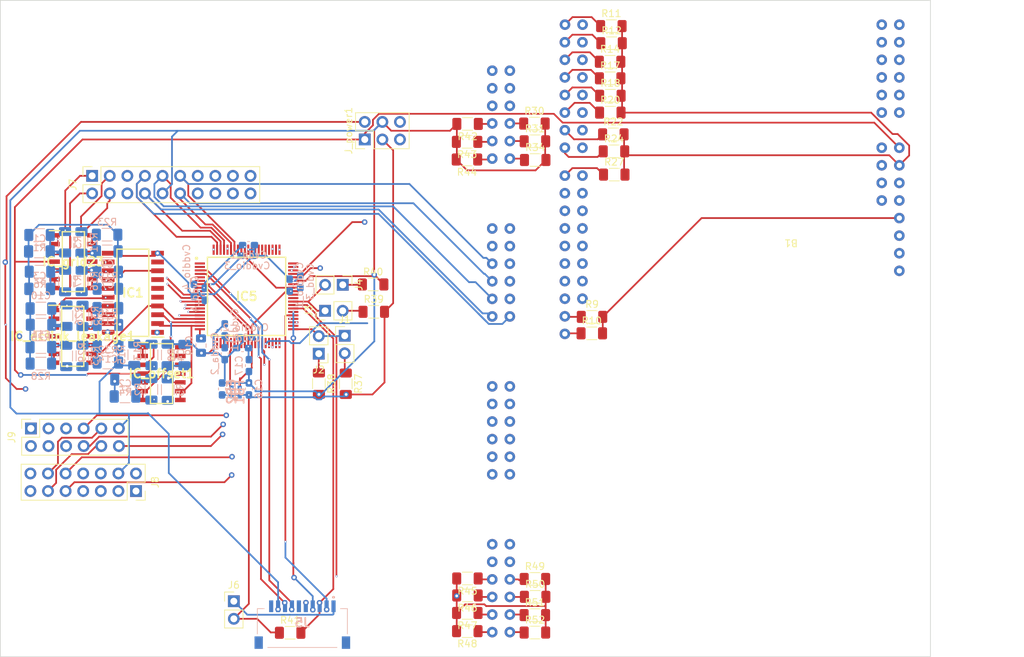
<source format=kicad_pcb>
(kicad_pcb (version 20211014) (generator pcbnew)
  (layers (0 "F.Cu" signal) (1 "In1.Cu" signal) (2 "In2.Cu" signal) (31 "B.Cu" signal) (34 "B.Paste" user) (35 "F.Paste" user) (36 "B.SilkS" user "B.Silkscreen") (37 "F.SilkS" user "F.Silkscreen") (38 "B.Mask" user) (39 "F.Mask" user) (44 "Edge.Cuts" user))
  (net 0 "")
  (net 1 "ctrl_gnd")
  (net 2 "ctrl_-15")
  (net 3 "ctrl_15")
  (net 4 "ctrl_3v3")
  (net 5 "24_gnd")
  (net 6 "V_12")
  (net 7 "/controller_sheet/en_dab")
  (net 8 "Vgrid1")
  (net 9 "Vgrid3")
  (net 10 "Vgrid2")
  (net 11 "Igrid3")
  (net 12 "Igrid2")
  (net 13 "Igrid1")
  (net 14 "batt_curr_0")
  (net 15 "batt_v")
  (net 16 "curr_leakeage_i")
  (net 17 "V_dc_link")
  (net 18 "/controller_sheet/en_vsi")
  (net 19 "Net-(C1-Pad1)")
  (net 20 "Net-(C3-Pad1)")
  (net 22 "Net-(C7-Pad1)")
  (net 23 "Net-(C9-Pad1)")
  (net 24 "Net-(C10-Pad1)")
  (net 25 "Net-(IC_offset1-Pad3)")
  (net 26 "Net-(C2-Pad1)")
  (net 32 "/controller_sheet/pwmVSI3")
  (net 33 "/controller_sheet/pwmVSI2")
  (net 34 "/controller_sheet/pwmVSI1")
  (net 35 "batt_curr_sense")
  (net 36 "/controller_sheet/pwm_daba1")
  (net 37 "batt_V_sense")
  (net 38 "Igrid3_sense")
  (net 39 "Igrid2_sense")
  (net 40 "Igrid1_sense")
  (net 41 "Net-(C11-Pad1)")
  (net 42 "Net-(IC5-Pad41)")
  (net 48 "Net-(C14-Pad1)")
  (net 49 "Vgrid1_sense")
  (net 50 "Vgrid2_sense")
  (net 51 "Vgrid3_sense")
  (net 52 "I_leackage")
  (net 53 "Vdc_link")
  (net 54 "Net-(IC5-Pad49)")
  (net 56 "Net-(C15-Pad1)")
  (net 57 "Net-(C19-Pad1)")
  (net 58 "Net-(J1-Pad2)")
  (net 62 "/controller_sheet/pwm_daba2")
  (net 63 "/controller_sheet/pwm_dabb2")
  (net 65 "/controller_sheet/pwm_dabb1")
  (net 74 "VDD")
  (net 75 "VDDA")
  (net 76 "VDDIO")
  (net 77 "Net-(J2-Pad1)")
  (net 78 "Net-(J3-Pad2)")
  (net 79 "Net-(J4-Pad1)")
  (net 84 "SCITX")
  (net 85 "SCiRX")
  (net 86 "TCK")
  (net 87 "TDO")
  (net 88 "TMS")
  (net 89 "TDI")
  (net 90 "Net-(J5-Pad1)")
  (net 130 "DAB1PWM22")
  (net 131 "DAB1PWM21")
  (net 132 "DAB1PWM12")
  (net 133 "DAB1PWM11")
  (net 142 "DAB2_PWM22")
  (net 143 "DAB2_PWM21")
  (net 144 "DAB2_PWM12")
  (net 145 "DAB2_PWM11")
  (net 155 "VSI31")
  (net 156 "VSI32")
  (net 159 "VSI11")
  (net 160 "VSI12")
  (net 161 "VSI21")
  (net 162 "VSI22")
  (net 165 "SCL")
  (net 166 "SDA")
  (net 168 "dc_ready")
  (net 169 "dc_fault")
  (net 170 "OCD_leakage")
  (net 171 "vsi_ready")
  (net 172 "vsi_fault")
  (net 173 "OCD_grid3")
  (net 192 "Net-(C4-Pad1)")
  (net 193 "offset_v")
  (net 196 "OCD_grid1")
  (net 197 "OCD_grd2")
  (net 198 "batt_fault")
  (net 199 "batt_ready")
  (net 200 "FPGA_3v3")
  (footprint "Connector_PinSocket_2.54mm:PinSocket_2x10_P2.54mm_Vertical" (layer "F.Cu") (at 110.68 71.95 90)
    (fp_text reference "J7")
    (fp_text value "Conn_02x10_Odd_Even")
  )
  (footprint "Resistor_SMD:R_1206_3216Metric_Pad1.30x1.75mm_HandSolder" (layer "F.Cu") (at 164.83 135.09 180)
    (fp_text reference "R47")
    (fp_text value "R")
  )
  (footprint "Resistor_SMD:R_1206_3216Metric_Pad1.30x1.75mm_HandSolder" (layer "F.Cu") (at 139.26 137.95)
    (fp_text reference "R41")
    (fp_text value "R")
  )
  (footprint "Resistor_SMD:R_1206_3216Metric_Pad1.30x1.75mm_HandSolder" (layer "F.Cu") (at 186 68.41)
    (fp_text reference "R24")
    (fp_text value "R")
  )
  (footprint "Connector_PinHeader_2.54mm:Arty-S7" (layer "F.Cu") (at 216.69 82.16 180)
    (fp_text reference "B1")
    (fp_text value "Arty-S7")
  )
  (footprint "Connector_PinHeader_2.54mm:PinHeader_1x02_P2.54mm_Vertical" (layer "F.Cu") (at 147.14 95.045)
    (fp_text reference "J1")
    (fp_text value "Conn_01x02")
  )
  (footprint "Resistor_SMD:R_1206_3216Metric_Pad1.30x1.75mm_HandSolder" (layer "F.Cu") (at 185.91 65.96)
    (fp_text reference "R22")
    (fp_text value "R")
  )
  (footprint "lm324:SOIC127P600X175-14N" (layer "F.Cu") (at 107.97 84.35)
    (fp_text reference "IC_grid23")
    (fp_text value "LM324DR" hide)
  )
  (footprint "Connector_PinHeader_2.54mm:PinHeader_1x02_P2.54mm_Vertical" (layer "F.Cu") (at 144.305 91.44 90)
    (fp_text reference "J3")
    (fp_text value "Conn_01x02")
  )
  (footprint "f280025c:f280025c" (layer "F.Cu") (at 132.97 89.3595)
    (fp_text reference "IC5")
    (fp_text value "F280025CPNQR" hide)
  )
  (footprint "Resistor_SMD:R_1206_3216Metric_Pad1.30x1.75mm_HandSolder" (layer "F.Cu") (at 164.78 69.59 180)
    (fp_text reference "R44")
    (fp_text value "R")
  )
  (footprint "Resistor_SMD:R_1206_3216Metric_Pad1.30x1.75mm_HandSolder" (layer "F.Cu") (at 147.29 101.98 -90)
    (fp_text reference "R37")
    (fp_text value "R")
  )
  (footprint "Connector_PinHeader_2.54mm:PinHeader_1x02_P2.54mm_Vertical" (layer "F.Cu") (at 143.39 97.635 180)
    (fp_text reference "J2")
    (fp_text value "Conn_01x02")
  )
  (footprint "Resistor_SMD:R_1206_3216Metric_Pad1.30x1.75mm_HandSolder" (layer "F.Cu") (at 182.83 92.32)
    (fp_text reference "R9")
    (fp_text value "R")
  )
  (footprint "Resistor_SMD:R_1206_3216Metric_Pad1.30x1.75mm_HandSolder" (layer "F.Cu") (at 174.62 132.76)
    (fp_text reference "R50")
    (fp_text value "R")
  )
  (footprint "lm324:SOIC127P600X175-14N" (layer "F.Cu") (at 120.695 100.515)
    (fp_text reference "IC_offset1")
    (fp_text value "LM324DR" hide)
  )
  (footprint "Connector_PinSocket_2.54mm:PinSocket_2x06_P2.54mm_Vertical" (layer "F.Cu") (at 101.84 108.44 90)
    (fp_text reference "J9")
    (fp_text value "Conn_02x06_Odd_Even")
  )
  (footprint "Resistor_SMD:R_1206_3216Metric_Pad1.30x1.75mm_HandSolder" (layer "F.Cu") (at 185.62 50.32)
    (fp_text reference "R11")
    (fp_text value "R")
  )
  (footprint "Resistor_SMD:R_1206_3216Metric_Pad1.30x1.75mm_HandSolder" (layer "F.Cu") (at 164.8 67.04 180)
    (fp_text reference "R43")
    (fp_text value "R")
  )
  (footprint "Connector_PinSocket_2.54mm:PinSocket_2x07_P2.54mm_Vertical" (layer "F.Cu") (at 117.01 117.48 -90)
    (fp_text reference "J8")
    (fp_text value "Conn_02x06_Odd_Even")
  )
  (footprint "Resistor_SMD:R_1206_3216Metric_Pad1.30x1.75mm_HandSolder" (layer "F.Cu") (at 174.59 66.96)
    (fp_text reference "R31")
    (fp_text value "R")
  )
  (footprint "Connector_PinHeader_2.54mm:PinHeader_1x02_P2.54mm_Vertical" (layer "F.Cu") (at 146.855 87.69 -90)
    (fp_text reference "J4")
    (fp_text value "Conn_01x02")
  )
  (footprint "Resistor_SMD:R_1206_3216Metric_Pad1.30x1.75mm_HandSolder" (layer "F.Cu") (at 174.52 64.4)
    (fp_text reference "R30")
    (fp_text value "R")
  )
  (footprint "Resistor_SMD:R_1206_3216Metric_Pad1.30x1.75mm_HandSolder" (layer "F.Cu") (at 174.59 137.92)
    (fp_text reference "R52")
    (fp_text value "R")
  )
  (footprint "Resistor_SMD:R_1206_3216Metric_Pad1.30x1.75mm_HandSolder" (layer "F.Cu") (at 185.48 60.38)
    (fp_text reference "R18")
    (fp_text value "R")
  )
  (footprint "Resistor_SMD:R_1206_3216Metric_Pad1.30x1.75mm_HandSolder" (layer "F.Cu") (at 164.87 64.45 180)
    (fp_text reference "R42")
    (fp_text value "R")
  )
  (footprint "lm324:SOIC127P600X175-14N" (layer "F.Cu") (at 107.88 95.13)
    (fp_text reference "IC_dclink_leakage1")
    (fp_text value "LM324DR" hide)
  )
  (footprint "Resistor_SMD:R_1206_3216Metric_Pad1.30x1.75mm_HandSolder" (layer "F.Cu") (at 185.44 55.47)
    (fp_text reference "R14")
    (fp_text value "R")
  )
  (footprint "Resistor_SMD:R_1206_3216Metric_Pad1.30x1.75mm_HandSolder" (layer "F.Cu") (at 174.63 69.66)
    (fp_text reference "R34")
    (fp_text value "R")
  )
  (footprint "Resistor_SMD:R_1206_3216Metric_Pad1.30x1.75mm_HandSolder" (layer "F.Cu") (at 174.59 130.18)
    (fp_text reference "R49")
    (fp_text value "R")
  )
  (footprint "Resistor_SMD:R_1206_3216Metric_Pad1.30x1.75mm_HandSolder" (layer "F.Cu") (at 186.04 71.77)
    (fp_text reference "R27")
    (fp_text value "R")
  )
  (footprint "Resistor_SMD:R_1206_3216Metric_Pad1.30x1.75mm_HandSolder" (layer "F.Cu") (at 185.65 52.79)
    (fp_text reference "R12")
    (fp_text value "R")
  )
  (footprint "Resistor_SMD:R_1206_3216Metric_Pad1.30x1.75mm_HandSolder" (layer "F.Cu") (at 185.47 62.82)
    (fp_text reference "R20")
    (fp_text value "R")
  )
  (footprint "Resistor_SMD:R_1206_3216Metric_Pad1.30x1.75mm_HandSolder" (layer "F.Cu") (at 164.85 130.11 180)
    (fp_text reference "R45")
    (fp_text value "R")
  )
  (footprint "Resistor_SMD:R_1206_3216Metric_Pad1.30x1.75mm_HandSolder" (layer "F.Cu") (at 164.85 132.56 180)
    (fp_text reference "R46")
    (fp_text value "R")
  )
  (footprint "Resistor_SMD:R_1206_3216Metric_Pad1.30x1.75mm_HandSolder" (layer "F.Cu") (at 151.24 87.64)
    (fp_text reference "R40")
    (fp_text value "R")
  )
  (footprint "Resistor_SMD:R_1206_3216Metric_Pad1.30x1.75mm_HandSolder" (layer "F.Cu") (at 185.45 57.86)
    (fp_text reference "R17")
    (fp_text value "R")
  )
  (footprint "Resistor_SMD:R_1206_3216Metric_Pad1.30x1.75mm_HandSolder" (layer "F.Cu") (at 174.58 135.4)
    (fp_text reference "R51")
    (fp_text value "R")
  )
  (footprint "Connector_PinHeader_2.54mm:PinHeader_2x03_P2.54mm_Vertical" (layer "F.Cu") (at 150.03 66.7 90)
    (fp_text reference "J_power1")
    (fp_text value "Conn_02x03_Counter_Clockwise")
  )
  (footprint "Resistor_SMD:R_1206_3216Metric_Pad1.30x1.75mm_HandSolder" (layer "F.Cu") (at 143.41 101.97 -90)
    (fp_text reference "R38")
    (fp_text value "R")
  )
  (footprint "Resistor_SMD:R_1206_3216Metric_Pad1.30x1.75mm_HandSolder" (layer "F.Cu") (at 182.8 94.7)
    (fp_text reference "R10")
    (fp_text value "R")
  )
  (footprint "Resistor_SMD:R_1206_3216Metric_Pad1.30x1.75mm_HandSolder" (layer "F.Cu") (at 151.33 91.59)
    (fp_text reference "R39")
    (fp_text value "R")
  )
  (footprint "Resistor_SMD:R_1206_3216Metric_Pad1.30x1.75mm_HandSolder" (layer "F.Cu") (at 164.83 137.72 180)
    (fp_text reference "R48")
    (fp_text value "R")
  )
  (footprint "sn74s:sn74" (layer "F.Cu") (at 116.56 88.84 180)
    (fp_text reference "IC1")
    (fp_text value "SN74S1053NSR" hide)
  )
  (footprint "Connector_PinHeader_2.54mm:PinHeader_1x02_P2.54mm_Vertical" (layer "F.Cu") (at 131.13 133.395)
    (fp_text reference "J6")
    (fp_text value "Conn_01x02")
  )
  (footprint "Capacitor_SMD:C_1206_3216Metric_Pad1.33x1.80mm_HandSolder" (layer "B.Cu") (at 112.91 85.81875)
    (fp_text reference "C7")
    (fp_text value "CAP")
  )
  (footprint "Capacitor_SMD:C_0603_1608Metric_Pad1.08x0.95mm_HandSolder" (layer "B.Cu") (at 129.82 97.6395 -90)
    (fp_text reference "Cvdda_2")
    (fp_text value "0.1u")
  )
  (footprint "Resistor_SMD:R_1206_3216Metric_Pad1.30x1.75mm_HandSolder" (layer "B.Cu") (at 112.96 93.49 180)
    (fp_text reference "R36")
    (fp_text value "R")
  )
  (footprint "Capacitor_SMD:C_0603_1608Metric_Pad1.08x0.95mm_HandSolder" (layer "B.Cu") (at 126.95 89.0395 -90)
    (fp_text reference "Cvdd_4")
    (fp_text value "0.1u")
  )
  (footprint "Resistor_SMD:R_1206_3216Metric_Pad1.30x1.75mm_HandSolder" (layer "B.Cu") (at 109.28 97.95 90)
    (fp_text reference "R33")
    (fp_text value "R")
  )
  (footprint "Resistor_SMD:R_1206_3216Metric_Pad1.30x1.75mm_HandSolder" (layer "B.Cu") (at 106.97 92.15 90)
    (fp_text reference "R26")
    (fp_text value "R")
  )
  (footprint "Capacitor_SMD:C_1206_3216Metric_Pad1.33x1.80mm_HandSolder" (layer "B.Cu") (at 112.95 91.07)
    (fp_text reference "C15")
    (fp_text value "CAP")
  )
  (footprint "Resistor_SMD:R_1206_3216Metric_Pad1.30x1.75mm_HandSolder" (layer "B.Cu") (at 124 97.83 -90)
    (fp_text reference "R8")
    (fp_text value "R")
  )
  (footprint "Capacitor_SMD:C_0603_1608Metric_Pad1.08x0.95mm_HandSolder" (layer "B.Cu") (at 133.25 81.95)
    (fp_text reference "Cvdd_1")
    (fp_text value "0.1u")
  )
  (footprint "Resistor_SMD:R_1206_3216Metric_Pad1.30x1.75mm_HandSolder" (layer "B.Cu") (at 103.0875 80.49)
    (fp_text reference "R1")
    (fp_text value "R")
  )
  (footprint "BKP100:BEADC1005X55N" (layer "B.Cu") (at 130.8 103.16 -90)
    (fp_text reference "FB2")
    (fp_text value "MPZ1005S600CT000" hide)
  )
  (footprint "Capacitor_SMD:C_0603_1608Metric_Pad1.08x0.95mm_HandSolder" (layer "B.Cu") (at 140.73 87.2395 90)
    (fp_text reference "Cvdd_3")
    (fp_text value "0.1u")
  )
  (footprint "Resistor_SMD:R_1206_3216Metric_Pad1.30x1.75mm_HandSolder" (layer "B.Cu") (at 112.95 98.92125 180)
    (fp_text reference "R32")
    (fp_text value "R")
  )
  (footprint "Capacitor_SMD:C_1206_3216Metric_Pad1.33x1.80mm_HandSolder" (layer "B.Cu") (at 112.86 82.86)
    (fp_text reference "C9")
    (fp_text value "CAP")
  )
  (footprint "Capacitor_SMD:C_0603_1608Metric_Pad1.08x0.95mm_HandSolder" (layer "B.Cu") (at 132.39 96.8295 180)
    (fp_text reference "Cvdd_2")
    (fp_text value "0.1u")
  )
  (footprint "Resistor_SMD:R_1206_3216Metric_Pad1.30x1.75mm_HandSolder" (layer "B.Cu") (at 116.76 97.79 -90)
    (fp_text reference "R15")
    (fp_text value "R")
  )
  (footprint "Capacitor_SMD:C_0603_1608Metric_Pad1.08x0.95mm_HandSolder" (layer "B.Cu") (at 129.43 102.73 90)
    (fp_text reference "C18")
    (fp_text value "2.2u")
  )
  (footprint "Resistor_SMD:R_1206_3216Metric_Pad1.30x1.75mm_HandSolder" (layer "B.Cu") (at 109.29 92.18 90)
    (fp_text reference "R35")
    (fp_text value "R")
  )
  (footprint "Resistor_SMD:R_1206_3216Metric_Pad1.30x1.75mm_HandSolder" (layer "B.Cu") (at 106.7675 87.15 90)
    (fp_text reference "R7")
    (fp_text value "R")
  )
  (footprint "Capacitor_SMD:C_0603_1608Metric_Pad1.08x0.95mm_HandSolder" (layer "B.Cu") (at 133.05 83.4995)
    (fp_text reference "Cvddio_3")
    (fp_text value "0.1u")
  )
  (footprint "Resistor_SMD:R_1206_3216Metric_Pad1.30x1.75mm_HandSolder" (layer "B.Cu") (at 103.3 93.46)
    (fp_text reference "R25")
    (fp_text value "R")
  )
  (footprint "Resistor_SMD:R_1206_3216Metric_Pad1.30x1.75mm_HandSolder" (layer "B.Cu") (at 109.17 87.13875 90)
    (fp_text reference "R16")
    (fp_text value "R")
  )
  (footprint "Resistor_SMD:R_1206_3216Metric_Pad1.30x1.75mm_HandSolder" (layer "B.Cu") (at 121.59 102.83 90)
    (fp_text reference "R5")
    (fp_text value "R")
  )
  (footprint "Resistor_SMD:R_1206_3216Metric_Pad1.30x1.75mm_HandSolder" (layer "B.Cu") (at 106.765 81.54375 90)
    (fp_text reference "R3")
    (fp_text value "R")
  )
  (footprint "Resistor_SMD:R_1206_3216Metric_Pad1.30x1.75mm_HandSolder" (layer "B.Cu") (at 112.95 88.26875 180)
    (fp_text reference "R19")
    (fp_text value "R")
  )
  (footprint "Resistor_SMD:R_1206_3216Metric_Pad1.30x1.75mm_HandSolder" (layer "B.Cu") (at 115.49 101.36875)
    (fp_text reference "R4")
    (fp_text value "R")
  )
  (footprint "Capacitor_SMD:C_0603_1608Metric_Pad1.08x0.95mm_HandSolder" (layer "B.Cu") (at 133.31 102.73 90)
    (fp_text reference "C16")
    (fp_text value "10u")
  )
  (footprint "Resistor_SMD:R_1206_3216Metric_Pad1.30x1.75mm_HandSolder" (layer "B.Cu") (at 119.23 102.78875 -90)
    (fp_text reference "R2")
    (fp_text value "R")
  )
  (footprint "Capacitor_SMD:C_1206_3216Metric_Pad1.33x1.80mm_HandSolder" (layer "B.Cu") (at 121.6 97.82 90)
    (fp_text reference "C4")
    (fp_text value "CAP")
  )
  (footprint "Capacitor_SMD:C_1206_3216Metric_Pad1.33x1.80mm_HandSolder" (layer "B.Cu") (at 112.98 96.56125)
    (fp_text reference "C14")
    (fp_text value "CAP")
  )
  (footprint "Capacitor_SMD:C_0603_1608Metric_Pad1.08x0.95mm_HandSolder" (layer "B.Cu") (at 129.82 94.1895 90)
    (fp_text reference "Cvdda_1")
    (fp_text value "0.1u")
  )
  (footprint "BKP100:BEADC1005X55N" (layer "B.Cu") (at 131.97 103.19 -90)
    (fp_text reference "FB1")
    (fp_text value "BKP1005HS221-T" hide)
  )
  (footprint "Resistor_SMD:R_1206_3216Metric_Pad1.30x1.75mm_HandSolder" (layer "B.Cu") (at 119.25 97.82 -90)
    (fp_text reference "R13")
    (fp_text value "R")
  )
  (footprint "Capacitor_SMD:C_0603_1608Metric_Pad1.08x0.95mm_HandSolder" (layer "B.Cu") (at 132.85 95.2795 180)
    (fp_text reference "Cvddio_2")
    (fp_text value "0.1u")
  )
  (footprint "Resistor_SMD:R_1206_3216Metric_Pad1.30x1.75mm_HandSolder" (layer "B.Cu") (at 103.15 85.79375)
    (fp_text reference "R6")
    (fp_text value "R")
  )
  (footprint "Capacitor_SMD:C_1206_3216Metric_Pad1.33x1.80mm_HandSolder" (layer "B.Cu") (at 103.0675 82.87 180)
    (fp_text reference "C1")
    (fp_text value "CAP")
  )
  (footprint "Resistor_SMD:R_1206_3216Metric_Pad1.30x1.75mm_HandSolder" (layer "B.Cu") (at 109.14 81.56 90)
    (fp_text reference "R21")
    (fp_text value "R")
  )
  (footprint "Capacitor_SMD:C_1206_3216Metric_Pad1.33x1.80mm_HandSolder" (layer "B.Cu") (at 103.29 91.11 180)
    (fp_text reference "C10")
    (fp_text value "CAP")
  )
  (footprint "Resistor_SMD:R_1206_3216Metric_Pad1.30x1.75mm_HandSolder" (layer "B.Cu") (at 112.84 80.45 180)
    (fp_text reference "R23")
    (fp_text value "R")
  )
  (footprint "Capacitor_SMD:C_0603_1608Metric_Pad1.08x0.95mm_HandSolder" (layer "B.Cu") (at 139.19 87.7395 90)
    (fp_text reference "Cvddio_1")
    (fp_text value "0.1u")
  )
  (footprint "Resistor_SMD:R_1206_3216Metric_Pad1.30x1.75mm_HandSolder" (layer "B.Cu") (at 106.9425 97.97 90)
    (fp_text reference "R29")
    (fp_text value "R")
  )
  (footprint "Capacitor_SMD:C_1206_3216Metric_Pad1.33x1.80mm_HandSolder" (layer "B.Cu") (at 115.43 103.81875 180)
    (fp_text reference "C2")
    (fp_text value "CAP")
  )
  (footprint "Capacitor_SMD:C_1206_3216Metric_Pad1.33x1.80mm_HandSolder" (layer "B.Cu") (at 103.11 88.27375 180)
    (fp_text reference "C3")
    (fp_text value "CAP")
  )
  (footprint "Capacitor_SMD:C_0805_2012Metric_Pad1.18x1.45mm_HandSolder" (layer "B.Cu") (at 126.39 96.47 -90)
    (fp_text reference "C19")
    (fp_text value "C")
  )
  (footprint "jtag_connector:1849810" (layer "B.Cu") (at 141.02 136.5 180)
    (fp_text reference "J5")
    (fp_text value "1-84981-0" hide)
  )
  (footprint "Resistor_SMD:R_1206_3216Metric_Pad1.30x1.75mm_HandSolder" (layer "B.Cu") (at 103.28 99.07)
    (fp_text reference "R28")
    (fp_text value "R")
  )
  (footprint "Capacitor_SMD:C_0603_1608Metric_Pad1.08x0.95mm_HandSolder" (layer "B.Cu") (at 133.31 99.36 -90)
    (fp_text reference "C17")
    (fp_text value "10u")
  )
  (footprint "Capacitor_SMD:C_0603_1608Metric_Pad1.08x0.95mm_HandSolder" (layer "B.Cu") (at 125.36 88.4795 -90)
    (fp_text reference "Cvddio_4")
    (fp_text value "0.1u")
  )
  (footprint "Capacitor_SMD:C_1206_3216Metric_Pad1.33x1.80mm_HandSolder" (layer "B.Cu") (at 103.28 96.69 180)
    (fp_text reference "C11")
    (fp_text value "CAP")
  )
  (gr_rect (start 97.43 46.6) (end 231.68 141.41) (layer "Edge.Cuts") (width 0.1) (fill none))
  (segment (start 114.695 83.125) (end 115.085 83.515) (width 0.25) (layer "F.Cu") (net 1))
  (segment (start 188.117 68.977) (end 225.737 68.977) (width 0.25) (layer "F.Cu") (net 1))
  (segment (start 152.57 64.16) (end 153.844278 65.434278) (width 0.25) (layer "F.Cu") (net 1))
  (segment (start 187.02 62.82) (end 223.122749 62.82) (width 0.25) (layer "F.Cu") (net 1))
  (segment (start 130.22 96.0975) (end 130.22 95.06) (width 0.25) (layer "F.Cu") (net 1))
  (segment (start 167.545139 134.09) (end 176.14 134.09) (width 0.25) (layer "F.Cu") (net 1))
  (segment (start 128.22 95.06) (end 128.245 95.035) (width 0.25) (layer "F.Cu") (net 1))
  (segment (start 132.695 95.035) (end 132.745 95.085) (width 0.25) (layer "F.Cu") (net 1))
  (segment (start 223.122749 62.82) (end 226.212749 65.91) (width 0.25) (layer "F.Cu") (net 1))
  (segment (start 130.195 95.035) (end 130.22 95.06) (width 0.25) (layer "F.Cu") (net 1))
  (segment (start 187.46 71.64) (end 187.59 71.77) (width 0.25) (layer "F.Cu") (net 1))
  (segment (start 187.17 62.67) (end 187.02 62.82) (width 0.25) (layer "F.Cu") (net 1))
  (segment (start 176.07 64.4) (end 176.07 69.55) (width 0.25) (layer "F.Cu") (net 1))
  (segment (start 164.53 133.84) (end 167.295139 133.84) (width 0.25) (layer "F.Cu") (net 1))
  (segment (start 130.22 95.06) (end 130.245 95.035) (width 0.25) (layer "F.Cu") (net 1))
  (segment (start 187.55 68.41) (end 188.117 68.977) (width 0.25) (layer "F.Cu") (net 1))
  (segment (start 174.68 71.16) (end 176.18 69.66) (width 0.25) (layer "F.Cu") (net 1))
  (segment (start 163.23 69.59) (end 164.8 71.16) (width 0.25) (layer "F.Cu") (net 1))
  (segment (start 187.46 65.96) (end 187.46 71.64) (width 0.25) (layer "F.Cu") (net 1))
  (segment (start 176.14 134.09) (end 176.14 137.92) (width 0.25) (layer "F.Cu") (net 1))
  (segment (start 128.22 96.86) (end 127.5 97.58) (width 0.25) (layer "F.Cu") (net 1))
  (segment (start 153.844278 65.434278) (end 162.335722 65.434278) (width 0.25) (layer "F.Cu") (net 1))
  (segment (start 132.745 95.085) (end 132.745 95.32) (width 0.25) (layer "F.Cu") (net 1))
  (segment (start 152.79 87.64) (end 151.59 86.44) (width 0.25) (layer "F.Cu") (net 1))
  (segment (start 176.07 69.55) (end 176.18 69.66) (width 0.25) (layer "F.Cu") (net 1))
  (segment (start 163.3 132.63) (end 163.3 137.7) (width 0.25) (layer "F.Cu") (net 1))
  (segment (start 187.17 50.32) (end 187.17 62.67) (width 0.25) (layer "F.Cu") (net 1))
  (segment (start 128.22 96.0975) (end 128.22 95.06) (width 0.25) (layer "F.Cu") (net 1))
  (segment (start 228.60886 67.56886) (end 228.60886 69.01114) (width 0.25) (layer "F.Cu") (net 1))
  (segment (start 142.87 104.06) (end 143.41 103.52) (width 0.25) (layer "F.Cu") (net 1))
  (segment (start 225.737 68.977) (end 227.19 70.43) (width 0.25) (layer "F.Cu") (net 1))
  (segment (start 164.8 71.16) (end 174.68 71.16) (width 0.25) (layer "F.Cu") (net 1))
  (segment (start 226.95 65.91) (end 228.60886 67.56886) (width 0.25) (layer "F.Cu") (net 1))
  (segment (start 128.245 95.035) (end 130.195 95.035) (width 0.25) (layer "F.Cu") (net 1))
  (segment (start 163.32 69.5) (end 163.23 69.59) (width 0.25) (layer "F.Cu") (net 1))
  (segment (start 163.32 64.45) (end 163.32 69.5) (width 0.25) (layer "F.Cu") (net 1))
  (segment (start 162.335722 65.434278) (end 163.32 64.45) (width 0.25) (layer "F.Cu") (net 1))
  (segment (start 119.732 83.515) (end 120.122 83.125) (width 0.25) (layer "F.Cu") (net 1))
  (segment (start 112.998 83.125) (end 114.695 83.125) (width 0.25) (layer "F.Cu") (net 1))
  (segment (start 228.60886 69.01114) (end 227.19 70.43) (width 0.25) (layer "F.Cu") (net 1))
  (segment (start 126.49 97.58) (end 126.46 97.55) (width 0.25) (layer "F.Cu") (net 1))
  (segment (start 151.395 65.335) (end 151.395 86.245) (width 0.25) (layer "F.Cu") (net 1))
  (segment (start 152.57 64.16) (end 151.395 65.335) (width 0.25) (layer "F.Cu") (net 1))
  (segment (start 163.28 135.09) (end 164.53 133.84) (width 0.25) (layer "F.Cu") (net 1))
  (segment (start 127.5 97.58) (end 126.49 97.58) (width 0.25) (layer "F.Cu") (net 1))
  (segment (start 115.085 83.515) (end 119.732 83.515) (width 0.25) (layer "F.Cu") (net 1))
  (segment (start 151.395 86.245) (end 152.79 87.64) (width 0.25) (layer "F.Cu") (net 1))
  (segment (start 167.295139 133.84) (end 167.545139 134.09) (width 0.25) (layer "F.Cu") (net 1))
  (segment (start 142.17 86.44) (end 141.5005 87.1095) (width 0.25) (layer "F.Cu") (net 1))
  (segment (start 226.212749 65.91) (end 226.95 65.91) (width 0.25) (layer "F.Cu") (net 1))
  (segment (start 163.3 137.7) (end 163.28 137.72) (width 0.25) (layer "F.Cu") (net 1))
  (segment (start 128.22 96.0975) (end 128.22 96.86) (width 0.25) (layer "F.Cu") (net 1))
  (segment (start 141.5005 87.1095) (end 139.708 87.1095) (width 0.25) (layer "F.Cu") (net 1))
  (segment (start 130.245 95.035) (end 132.695 95.035) (width 0.25) (layer "F.Cu") (net 1))
  (segment (start 151.59 86.44) (end 142.17 86.44) (width 0.25) (layer "F.Cu") (net 1))
  (segment (start 163.3 130.11) (end 163.3 132.63) (width 0.25) (layer "F.Cu") (net 1))
  (segment (start 176.14 130.18) (end 176.14 134.09) (width 0.25) (layer "F.Cu") (net 1))
  (via (at 114.5425 96.56125) (size 0.8) (drill 0.4) (layers "F.Cu" "B.Cu") (net 1))
  (via (at 163.3 132.63) (size 0.8) (drill 0.4) (layers "F.Cu" "B.Cu") (net 1))
  (via (at 137.52 134.57) (size 0.8) (drill 0.4) (layers "F.Cu" "B.Cu") (net 1))
  (via (at 151.395 86.245) (size 0.8) (drill 0.4) (layers "F.Cu" "B.Cu") (net 1))
  (via (at 126.140765 88.609998) (size 0.3) (drill 0.2) (layers "F.Cu" "B.Cu") (net 1))
  (via (at 132.719502 95.83) (size 0.3) (drill 0.2) (layers "F.Cu" "B.Cu") (net 1))
  (via (at 120.122 83.125) (size 0.8) (drill 0.4) (layers "F.Cu" "B.Cu") (net 1))
  (via (at 126.46 97.55) (size 0.8) (drill 0.4) (layers "F.Cu" "B.Cu") (net 1))
  (via (at 133.219502 82.6) (size 0.3) (drill 0.2) (layers "F.Cu" "B.Cu") (net 1))
  (via (at 143.41 103.52) (size 0.8) (drill 0.4) (layers "F.Cu" "B.Cu") (net 1))
  (via (at 133.31 101.85875) (size 0.8) (drill 0.4) (layers "F.Cu" "B.Cu") (net 1))
  (via (at 139.72 87.109002) (size 0.3) (drill 0.2) (layers "F.Cu" "B.Cu") (net 1))
  (segment (start 128.3725 89.0395) (end 126.2125 89.0395) (width 0.25) (layer "B.Cu") (net 1))
  (segment (start 122.205 73.135) (end 122.11 73.23) (width 0.25) (layer "B.Cu") (net 1))
  (segment (start 151.41 95.846444) (end 151.41 86.36) (width 0.25) (layer "B.Cu") (net 1))
  (segment (start 114.5 96.60375) (end 114.5425 96.56125) (width 0.25) (layer "B.Cu") (net 1))
  (segment (start 133.31 100.2225) (end 133.31 101.85875) (width 0.25) (layer "B.Cu") (net 1))
  (segment (start 114.5 98.92125) (end 114.5 96.60375) (width 0.25) (layer "B.Cu") (net 1))
  (segment (start 99.76 106.29) (end 111.75 106.29) (width 0.25) (layer "B.Cu") (net 1))
  (segment (start 135.8125 83.4995) (end 139.19 86.877) (width 0.25) (layer "B.Cu") (net 1))
  (segment (start 142.92 103.08) (end 143.34 103.5) (width 0.25) (layer "B.Cu") (net 1))
  (segment (start 126.15 89.102) (end 126.95 89.902) (width 0.25) (layer "B.Cu") (net 1))
  (segment (start 129.82 98.502) (end 129.82 101.4775) (width 0.25) (layer "B.Cu") (net 1))
  (segment (start 129.02 97.702) (end 129.82 98.502) (width 0.25) (layer "B.Cu") (net 1))
  (segment (start 133.9125 83.4995) (end 128.3725 89.0395) (width 0.25) (layer "B.Cu") (net 1))
  (segment (start 134.2585 103.08) (end 134.2585 102.816) (width 0.25) (layer "B.Cu") (net 1))
  (segment (start 122.205 66.283556) (end 122.205 73.135) (width 0.25) (layer "B.Cu") (net 1))
  (segment (start 133.9125 83.4995) (end 135.8125 83.4995) (width 0.25) (layer "B.Cu") (net 1))
  (segment (start 121.74 109.23) (end 121.74 114.873173) (width 0.25) (layer "B.Cu") (net 1))
  (segment (start 124 96.28) (end 125.1625 96.28) (width 0.25) (layer "B.Cu") (net 1))
  (segment (start 115.99 113.42) (end 115.99 107.03) (width 0.25) (layer "B.Cu") (net 1))
  (segment (start 132.719502 95.83) (end 132.538 95.83) (width 0.25) (layer "B.Cu") (net 1))
  (segment (start 114.91875 99.34) (end 114.5 98.92125) (width 0.25) (layer "B.Cu") (net 1))
  (segment (start 114.47 114.94) (end 115.99 113.42) (width 0.25) (layer "B.Cu") (net 1))
  (segment (start 129.855 98.502) (end 131.5275 96.8295) (width 0.25) (layer "B.Cu") (net 1))
  (segment (start 128.868 97.55) (end 129.02 97.702) (width 0.25) (layer "B.Cu") (net 1))
  (segment (start 98.87 105.4) (end 99.69 106.22) (width 0.25) (layer "B.Cu") (net 1))
  (segment (start 134.1025 82.6625) (end 134.1025 83.3095) (width 0.25) (layer "B.Cu") (net 1))
  (segment (start 128.745 94.402) (end 128.8535 94.2935) (width 0.25) (layer "B.Cu") (net 1))
  (segment (start 134.2585 103.08) (end 142.92 103.08) (width 0.25) (layer "B.Cu") (net 1))
  (segment (start 126.2125 89.0395) (end 126.15 89.102) (width 0.25) (layer "B.Cu") (net 1))
  (segment (start 123.054278 65.434278) (end 122.205 66.283556) (width 0.25) (layer "B.Cu") (net 1))
  (segment (start 133.219502 82.6) (end 134.04 82.6) (width 0.25) (layer "B.Cu") (net 1))
  (segment (start 129.43 101.8675) (end 133.31 101.8675) (width 0.25) (layer "B.Cu") (net 1))
  (segment (start 139.997998 87.109002) (end 140.73 86.377) (width 0.25) (layer "B.Cu") (net 1))
  (segment (start 128.8535 94.2935) (end 129.82 93.327) (width 0.25) (layer "B.Cu") (net 1))
  (segment (start 99.69 106.22) (end 99.76 106.29) (width 0.25) (layer "B.Cu") (net 1))
  (segment (start 139.422002 87.109002) (end 139.19 86.877) (width 0.25) (layer "B.Cu") (net 1))
  (segment (start 129.82 98.502) (end 129.855 98.502) (width 0.25) (layer "B.Cu") (net 1))
  (segment (start 111.75 101.67125) (end 111.75 106.29) (width 0.25) (layer "B.Cu") (net 1))
  (segment (start 114.5 98.92125) (end 111.75 101.67125) (width 0.25) (layer "B.Cu") (net 1))
  (segment (start 123.9775 96.2575) (end 124 96.28) (width 0.25) (layer "B.Cu") (net 1))
  (segment (start 128.745 94.402) (end 128.745 94.425036) (width 0.25) (layer "B.Cu") (net 1))
  (segment (start 134.04 82.6) (end 134.1025 82.6625) (width 0.25) (layer "B.Cu") (net 1))
  (segment (start 132.538 95.83) (end 131.9875 95.2795) (width 0.25) (layer "B.Cu") (net 1))
  (segment (start 152.57 64.16) (end 151.295722 65.434278) (width 0.25) (layer "B.Cu") (net 1))
  (segment (start 121.74 114.873173) (end 137.52 130.653173) (width 0.25) (layer "B.Cu") (net 1))
  (segment (start 139.72 87.109002) (end 139.422002 87.109002) (width 0.25) (layer "B.Cu") (net 1))
  (segment (start 128.745 94.425036) (end 128.21 94.960036) (width 0.25) (layer "B.Cu") (net 1))
  (segment (start 122.1 73.23) (end 120.84 74.49) (width 0.25) (layer "B.Cu") (net 1))
  (segment (start 143.736444 103.52) (end 151.41 95.846444) (width 0.25) (layer "B.Cu") (net 1))
  (segment (start 115.95 107.03) (end 115.99 107.03) (width 0.25) (layer "B.Cu") (net 1))
  (segment (start 128.21 94.960036) (end 128.21 97.48) (width 0.25) (layer "B.Cu") (net 1))
  (segment (start 118.74 106.23) (end 121.74 109.23) (width 0.25) (layer "B.Cu") (net 1))
  (segment (start 114.54 108.44) (end 115.95 107.03) (width 0.25) (layer "B.Cu") (net 1))
  (segment (start 121.6 96.2575) (end 123.9775 96.2575) (width 0.25) (layer "B.Cu") (net 1))
  (segment (start 134.2585 102.816) (end 133.31 101.8675) (width 0.25) (layer "B.Cu") (net 1))
  (segment (start 132.719502 95.83) (end 132.527 95.83) (width 0.25) (layer "B.Cu") (net 1))
  (segment (start 111.75 106.29) (end 115.54 106.29) (width 0.25) (layer "B.Cu") (net 1))
  (segment (start 122.11 73.23) (end 122.1 73.23) (width 0.25) (layer "B.Cu") (net 1))
  (segment (start 98.87 75.48) (end 108.915722 65.434278) (width 0.25) (layer "B.Cu") (net 1))
  (segment (start 134.1025 82.24) (end 134.1025 82.6625) (width 0.25) (layer "B.Cu") (net 1))
  (segment (start 115.87 106.29) (end 118.68 106.29) (width 0.25) (layer "B.Cu") (net 1))
  (segment (start 118.68 106.29) (end 118.74 106.23) (width 0.25) (layer "B.Cu") (net 1))
  (segment (start 137.52 130.653173) (end 137.52 134.125) (width 0.25) (layer "B.Cu") (net 1))
  (segment (start 132.527 95.83) (end 131.5275 96.8295) (width 0.25) (layer "B.Cu") (net 1))
  (segment (start 115.99 106.41) (end 115.87 106.29) (width 0.25) (layer "B.Cu") (net 1))
  (segment (start 133.31 101.85875) (end 133.31 101.8675) (width 0.25) (layer "B.Cu") (net 1))
  (segment (start 137.52 134.57) (end 137.52 133.325) (width 0.25) (layer "B.Cu") (net 1))
  (segment (start 115.99 107.03) (end 115.99 106.41) (width 0.25) (layer "B.Cu") (net 1))
  (segment (start 143.41 103.52) (end 143.736444 103.52) (width 0.25) (layer "B.Cu") (net 1))
  (segment (start 98.87 75.48) (end 98.87 105.4) (width 0.25) (layer "B.Cu") (net 1))
  (segment (start 126.46 97.55) (end 128.868 97.55) (width 0.25) (layer "B.Cu") (net 1))
  (segment (start 108.915722 65.434278) (end 123.054278 65.434278) (width 0.25) (layer "B.Cu") (net 1))
  (segment (start 126.0725 88.6295) (end 125.36 89.342) (width 0.25) (layer "B.Cu") (net 1))
  (segment (start 126.15 88.6295) (end 126.15 89.102) (width 0.25) (layer "B.Cu") (net 1))
  (segment (start 125.1625 96.28) (end 126.39 97.5075) (width 0.25) (layer "B.Cu") (net 1))
  (segment (start 134.1025 83.3095) (end 133.9125 83.4995) (width 0.25) (layer "B.Cu") (net 1))
  (segment (start 125.36 89.342) (end 124.56 88.542) (width 0.25) (layer "B.Cu") (net 1))
  (segment (start 116.76 99.34) (end 114.91875 99.34) (width 0.25) (layer "B.Cu") (net 1))
  (segment (start 126.95 89.902) (end 126.95 90.457) (width 0.25) (layer "B.Cu") (net 1))
  (segment (start 151.295722 65.434278) (end 123.054278 65.434278) (width 0.25) (layer "B.Cu") (net 1))
  (segment (start 139.72 87.109002) (end 139.997998 87.109002) (width 0.25) (layer "B.Cu") (net 1))
  (segment (start 128.77 94.21) (end 128.8535 94.2935) (width 0.25) (layer "B.Cu") (net 1))
  (segment (start 124.56 88.542) (end 124.56 87.38) (width 0.25) (layer "B.Cu") (net 1))
  (segment (start 99.355 105.885) (end 99.69 106.22) (width 0.25) (layer "B.Cu") (net 1))
  (segment (start 129.82 101.4775) (end 129.43 101.8675) (width 0.25) (layer "B.Cu") (net 1))
  (segment (start 115.54 106.29) (end 115.87 106.29) (width 0.25) (layer "B.Cu") (net 1))
  (segment (start 124.56 87.38) (end 120.31 83.13) (width 0.25) (layer "B.Cu") (net 1))
  (segment (start 99.785 102.735) (end 99.775 102.735) (width 0.25) (layer "F.Cu") (net 2))
  (segment (start 98.1455 84.42) (end 98.1455 93.3755) (width 0.25) (layer "F.Cu") (net 2))
  (segment (start 98.1455 93.3755) (end 98.22 93.45) (width 0.25) (layer "F.Cu") (net 2))
  (segment (start 101.065 102.735) (end 99.785 102.735) (width 0.25) (layer "F.Cu") (net 2))
  (segment (start 150.03 64.16) (end 109.07 64.16) (width 0.25) (layer "F.Cu") (net 2))
  (segment (start 98.22 93.45) (end 98.22 101.17) (width 0.25) (layer "F.Cu") (net 2))
  (segment (start 98.22 101.17) (end 99.785 102.735) (width 0.25) (layer "F.Cu") (net 2))
  (segment (start 98.325 74.905) (end 98.325 84.2405) (width 0.25) (layer "F.Cu") (net 2))
  (segment (start 98.325 84.2405) (end 98.1255 84.44) (width 0.25) (layer "F.Cu") (net 2))
  (segment (start 109.07 64.16) (end 98.325 74.905) (width 0.25) (layer "F.Cu") (net 2))
  (via (at 123.69 100.56) (size 0.3) (drill 0.2) (layers "F.Cu" "B.Cu") (net 2))
  (via (at 98.1455 84.42) (size 0.8) (drill 0.4) (layers "F.Cu" "B.Cu") (net 2))
  (via (at 101.065 102.735) (size 0.8) (drill 0.4) (layers "F.Cu" "B.Cu") (net 2))
  (via (at 110.23 84.43) (size 0.3) (drill 0.2) (layers "F.Cu" "B.Cu") (net 2))
  (via (at 98.22 93.45) (size 0.3) (drill 0.2) (layers "F.Cu" "B.Cu") (net 2))
  (via (at 110.57 95.12) (size 0.3) (drill 0.2) (layers "F.Cu" "B.Cu") (net 2))
  (segment (start 118.605 100.515) (end 119.63 99.49) (width 0.25) (layer "F.Cu") (net 3))
  (segment (start 150.03 66.7) (end 109.29 66.7) (width 0.25) (layer "F.Cu") (net 3))
  (segment (start 151.21 63.858299) (end 152.083299 62.985) (width 0.25) (layer "F.Cu") (net 3))
  (segment (start 223.563 64.263) (end 227.19 67.89) (width 0.25) (layer "F.Cu") (net 3))
  (segment (start 150.03 65.821701) (end 151.21 64.641701) (width 0.25) (layer "F.Cu") (net 3))
  (segment (start 99.53 100.01) (end 100.24 100.72) (width 0.25) (layer "F.Cu") (net 3))
  (segment (start 109.29 66.7) (end 99.525 76.465) (width 0.25) (layer "F.Cu") (net 3))
  (segment (start 110.105 100.515) (end 109.91 100.71) (width 0.25) (layer "F.Cu") (net 3))
  (segment (start 177.313749 62.985) (end 178.591749 64.263) (width 0.25) (layer "F.Cu") (net 3))
  (segment (start 99.525 95.145) (end 99.53 95.15) (width 0.25) (layer "F.Cu") (net 3))
  (segment (start 117.983 100.515) (end 110.105 100.515) (width 0.25) (layer "F.Cu") (net 3))
  (segment (start 151.21 64.641701) (end 151.21 63.858299) (width 0.25) (layer "F.Cu") (net 3))
  (segment (start 99.525 76.465) (end 99.525 84.335) (width 0.25) (layer "F.Cu") (net 3))
  (segment (start 99.525 84.335) (end 99.54 84.35) (width 0.25) (layer "F.Cu") (net 3))
  (segment (start 105.258 84.35) (end 99.54 84.35) (width 0.25) (layer "F.Cu") (net 3))
  (segment (start 99.525 94.325) (end 99.525 94.465) (width 0.25) (layer "F.Cu") (net 3))
  (segment (start 99.53 95.15) (end 99.53 100.01) (width 0.25) (layer "F.Cu") (net 3))
  (segment (start 99.525 84.335) (end 99.525 94.325) (width 0.25) (layer "F.Cu") (net 3))
  (segment (start 150.03 66.7) (end 150.03 65.821701) (width 0.25) (layer "F.Cu") (net 3))
  (segment (start 178.591749 64.263) (end 223.563 64.263) (width 0.25) (layer "F.Cu") (net 3))
  (segment (start 99.525 94.325) (end 99.525 95.145) (width 0.25) (layer "F.Cu") (net 3))
  (segment (start 152.083299 62.985) (end 177.313749 62.985) (width 0.25) (layer "F.Cu") (net 3))
  (segment (start 99.525 94.465) (end 100.18 95.12) (width 0.25) (layer "F.Cu") (net 3))
  (segment (start 117.983 100.515) (end 118.605 100.515) (width 0.25) (layer "F.Cu") (net 3))
  (via (at 100.18 95.12) (size 0.8) (drill 0.4) (layers "F.Cu" "B.Cu") (net 3))
  (via (at 100.37 100.71) (size 0.8) (drill 0.4) (layers "F.Cu" "B.Cu") (net 3))
  (via (at 109.91 100.72) (size 0.3) (drill 0.2) (layers "F.Cu" "B.Cu") (net 3))
  (via (at 119.63 99.49) (size 0.3) (drill 0.2) (layers "F.Cu" "B.Cu") (net 3))
  (via (at 105.14 95.12) (size 0.3) (drill 0.2) (layers "F.Cu" "B.Cu") (net 3))
  (segment (start 109.908173 100.71) (end 100.37 100.71) (width 0.25) (layer "B.Cu") (net 3))
  (segment (start 147.29 103.53) (end 147.34 103.53) (width 0.25) (layer "F.Cu") (net 4))
  (segment (start 152.88 101.79) (end 152.88 91.59) (width 0.25) (layer "F.Cu") (net 4))
  (segment (start 137.66 137.9) (end 137.71 137.95) (width 0.25) (layer "F.Cu") (net 4))
  (segment (start 154.13 90.34) (end 154.13 68.26) (width 0.25) (layer "F.Cu") (net 4))
  (segment (start 134.495 135.935) (end 136.46 137.9) (width 0.25) (layer "F.Cu") (net 4))
  (segment (start 131.13 135.935) (end 134.495 135.935) (width 0.25) (layer "F.Cu") (net 4))
  (segment (start 147.34 103.53) (end 151.14 103.53) (width 0.25) (layer "F.Cu") (net 4))
  (segment (start 131.13 135.935) (end 133.29625 133.76875) (width 0.25) (layer "F.Cu") (net 4))
  (segment (start 152.88 91.59) (end 154.13 90.34) (width 0.25) (layer "F.Cu") (net 4))
  (segment (start 133.29625 133.76875) (end 133.29625 103.5925) (width 0.25) (layer "F.Cu") (net 4))
  (segment (start 154.13 68.26) (end 152.57 66.7) (width 0.25) (layer "F.Cu") (net 4))
  (segment (start 136.46 137.9) (end 137.66 137.9) (width 0.25) (layer "F.Cu") (net 4))
  (segment (start 151.14 103.53) (end 152.88 101.79) (width 0.25) (layer "F.Cu") (net 4))
  (via (at 147.34 103.53) (size 0.8) (drill 0.4) (layers "F.Cu" "B.Cu") (net 4))
  (via (at 130.14 103.55) (size 0.3) (drill 0.2) (layers "F.Cu" "B.Cu") (net 4))
  (via (at 120.06 94.58) (size 0.8) (drill 0.4) (layers "F.Cu" "B.Cu") (net 4))
  (via (at 133.29625 103.5925) (size 0.3) (drill 0.2) (layers "F.Cu" "B.Cu") (net 4))
  (via (at 112.92 94.53) (size 0.8) (drill 0.4) (layers "F.Cu" "B.Cu") (net 4))
  (segment (start 144.135305 103.82) (end 147.05 103.82) (width 0.25) (layer "B.Cu") (net 4))
  (segment (start 133.31 103.5925) (end 133.29625 103.5925) (width 0.25) (layer "B.Cu") (net 4))
  (segment (start 147.05 103.82) (end 147.34 103.53) (width 0.25) (layer "B.Cu") (net 4))
  (segment (start 133.6475 103.93) (end 142.794695 103.93) (width 0.25) (layer "B.Cu") (net 4))
  (segment (start 143.109695 104.245) (end 143.710305 104.245) (width 0.25) (layer "B.Cu") (net 4))
  (segment (start 143.710305 104.245) (end 144.135305 103.82) (width 0.25) (layer "B.Cu") (net 4))
  (segment (start 142.794695 103.93) (end 143.109695 104.245) (width 0.25) (layer "B.Cu") (net 4))
  (segment (start 133.31 103.5925) (end 133.6475 103.93) (width 0.25) (layer "B.Cu") (net 4))
  (segment (start 133.29625 103.5925) (end 129.43 103.5925) (width 0.25) (layer "B.Cu") (net 4))
  (segment (start 179.997 70.833) (end 178.91 71.92) (width 0.25) (layer "F.Cu") (net 7))
  (segment (start 142.211396 85.28) (end 143.6 85.28) (width 0.25) (layer "F.Cu") (net 7))
  (segment (start 139.708 86.6095) (end 140.881896 86.6095) (width 0.25) (layer "F.Cu") (net 7))
  (segment (start 183.553 70.833) (end 179.997 70.833) (width 0.25) (layer "F.Cu") (net 7))
  (segment (start 140.881896 86.6095) (end 142.211396 85.28) (width 0.25) (layer "F.Cu") (net 7))
  (segment (start 184.49 71.77) (end 183.553 70.833) (width 0.25) (layer "F.Cu") (net 7))
  (via (at 143.6 85.28) (size 0.8) (drill 0.4) (layers "F.Cu" "B.Cu") (net 7))
  (via (at 107.07 99.43) (size 0.8) (drill 0.4) (layers "F.Cu" "B.Cu") (net 8))
  (segment (start 107.49 88.09) (end 107.49 75.92) (width 0.25) (layer "F.Cu") (net 9))
  (segment (start 107.49 75.92) (end 108.92 74.49) (width 0.25) (layer "F.Cu") (net 9))
  (segment (start 108.92 74.49) (end 110.68 74.49) (width 0.25) (layer "F.Cu") (net 9))
  (segment (start 106.84 88.74) (end 107.49 88.09) (width 0.25) (layer "F.Cu") (net 9))
  (via (at 106.84 88.74) (size 0.3) (drill 0.2) (layers "F.Cu" "B.Cu") (net 9))
  (segment (start 113.22 74.49) (end 113.22 75.55) (width 0.25) (layer "F.Cu") (net 10))
  (segment (start 109.5945 79.8755) (end 112.86 76.61) (width 0.25) (layer "F.Cu") (net 10))
  (segment (start 112.86 76.61) (end 112.86 75.91) (width 0.25) (layer "F.Cu") (net 10))
  (segment (start 113.22 75.55) (end 112.86 75.91) (width 0.25) (layer "F.Cu") (net 10))
  (segment (start 109.12 88.82) (end 109.5945 88.3455) (width 0.25) (layer "F.Cu") (net 10))
  (segment (start 109.5945 88.3455) (end 109.5945 79.8755) (width 0.25) (layer "F.Cu") (net 10))
  (via (at 109.12 88.82) (size 0.3) (drill 0.2) (layers "F.Cu" "B.Cu") (net 10))
  (segment (start 108.93 71.95) (end 110.68 71.95) (width 0.25) (layer "F.Cu") (net 11))
  (segment (start 106.8 74.08) (end 108.93 71.95) (width 0.25) (layer "F.Cu") (net 11))
  (segment (start 106.8 79.81) (end 106.8 74.08) (width 0.25) (layer "F.Cu") (net 11))
  (via (at 106.8 79.81) (size 0.3) (drill 0.2) (layers "F.Cu" "B.Cu") (net 11))
  (segment (start 109.08 80.06) (end 109.08 77.83) (width 0.25) (layer "F.Cu") (net 12))
  (segment (start 113.16 71.95) (end 113.22 71.95) (width 0.25) (layer "F.Cu") (net 12))
  (segment (start 109.08 77.83) (end 112.045 74.865) (width 0.25) (layer "F.Cu") (net 12))
  (segment (start 112.045 73.065) (end 113.16 71.95) (width 0.25) (layer "F.Cu") (net 12))
  (segment (start 112.045 74.865) (end 112.045 73.065) (width 0.25) (layer "F.Cu") (net 12))
  (via (at 109.08 80.06) (size 0.3) (drill 0.2) (layers "F.Cu" "B.Cu") (net 12))
  (via (at 107.04 90.66) (size 0.3) (drill 0.2) (layers "F.Cu" "B.Cu") (net 13))
  (via (at 119.63 104.26) (size 0.3) (drill 0.2) (layers "F.Cu" "B.Cu") (net 14))
  (via (at 121.58 104.54) (size 0.8) (drill 0.4) (layers "F.Cu" "B.Cu") (net 15))
  (via (at 109.24 90.63) (size 0.3) (drill 0.2) (layers "F.Cu" "B.Cu") (net 16))
  (via (at 109.21 99.5) (size 0.3) (drill 0.2) (layers "F.Cu" "B.Cu") (net 17))
  (segment (start 184.45 68.41) (end 183.64 69.22) (width 0.25) (layer "F.Cu") (net 18))
  (segment (start 148.225 78.63) (end 150.01 78.63) (width 0.25) (layer "F.Cu") (net 18))
  (segment (start 178.91 68.67) (end 178.91 67.89) (width 0.25) (layer "F.Cu") (net 18))
  (segment (start 139.708 86.1095) (end 140.7455 86.1095) (width 0.25) (layer "F.Cu") (net 18))
  (segment (start 179.46 69.22) (end 178.91 68.67) (width 0.25) (layer "F.Cu") (net 18))
  (segment (start 183.64 69.22) (end 179.46 69.22) (width 0.25) (layer "F.Cu") (net 18))
  (segment (start 140.7455 86.1095) (end 148.225 78.63) (width 0.25) (layer "F.Cu") (net 18))
  (via (at 150.01 78.63) (size 0.8) (drill 0.4) (layers "F.Cu" "B.Cu") (net 18))
  (via (at 105.42 83.1) (size 0.3) (drill 0.2) (layers "F.Cu" "B.Cu") (net 19))
  (segment (start 104.63 82.87) (end 106.54125 82.87) (width 0.25) (layer "B.Cu") (net 19))
  (segment (start 104.63 80.4975) (end 104.6375 80.49) (width 0.25) (layer "B.Cu") (net 19))
  (segment (start 105.42 83.1) (end 106.75875 83.1) (width 0.25) (layer "B.Cu") (net 19))
  (segment (start 106.75875 83.1) (end 106.765 83.09375) (width 0.25) (layer "B.Cu") (net 19))
  (segment (start 106.54125 82.87) (end 106.765 83.09375) (width 0.25) (layer "B.Cu") (net 19))
  (segment (start 104.63 82.87) (end 104.63 80.4975) (width 0.25) (layer "B.Cu") (net 19))
  (via (at 105.4 85.63) (size 0.3) (drill 0.2) (layers "F.Cu" "B.Cu") (net 20))
  (segment (start 105.23625 85.79375) (end 105.4 85.63) (width 0.25) (layer "B.Cu") (net 20))
  (segment (start 106.7375 85.63) (end 106.7675 85.6) (width 0.25) (layer "B.Cu") (net 20))
  (segment (start 105.4 85.63) (end 106.7375 85.63) (width 0.25) (layer "B.Cu") (net 20))
  (segment (start 104.6725 85.82125) (end 104.7 85.79375) (width 0.25) (layer "B.Cu") (net 20))
  (segment (start 104.6725 88.27375) (end 104.6725 85.82125) (width 0.25) (layer "B.Cu") (net 20))
  (segment (start 104.7 85.79375) (end 105.23625 85.79375) (width 0.25) (layer "B.Cu") (net 20))
  (via (at 110.6 85.58) (size 0.8) (drill 0.4) (layers "F.Cu" "B.Cu") (net 22))
  (segment (start 111.2 88.46875) (end 111.4 88.26875) (width 0.25) (layer "B.Cu") (net 22))
  (segment (start 110.59125 85.58875) (end 110.6 85.58) (width 0.25) (layer "B.Cu") (net 22))
  (segment (start 110.6 85.58) (end 111.10875 85.58) (width 0.25) (layer "B.Cu") (net 22))
  (segment (start 111.10875 85.58) (end 111.3475 85.81875) (width 0.25) (layer "B.Cu") (net 22))
  (segment (start 111.4 88.26875) (end 111.4 85.87125) (width 0.25) (layer "B.Cu") (net 22))
  (segment (start 111.4 85.87125) (end 111.3475 85.81875) (width 0.25) (layer "B.Cu") (net 22))
  (segment (start 109.17 85.58875) (end 110.59125 85.58875) (width 0.25) (layer "B.Cu") (net 22))
  (via (at 110.69 83.13) (size 0.8) (drill 0.4) (layers "F.Cu" "B.Cu") (net 23))
  (segment (start 111.2975 80.4575) (end 111.29 80.45) (width 0.25) (layer "B.Cu") (net 23))
  (segment (start 110.69 83.13) (end 109.16 83.13) (width 0.25) (layer "B.Cu") (net 23))
  (segment (start 111.0275 83.13) (end 111.2975 82.86) (width 0.25) (layer "B.Cu") (net 23))
  (segment (start 111.2975 82.86) (end 111.2975 80.4575) (width 0.25) (layer "B.Cu") (net 23))
  (segment (start 111.09 80.25) (end 111.29 80.45) (width 0.25) (layer "B.Cu") (net 23))
  (segment (start 110.69 83.13) (end 111.0275 83.13) (width 0.25) (layer "B.Cu") (net 23))
  (segment (start 109.16 83.13) (end 109.14 83.11) (width 0.25) (layer "B.Cu") (net 23))
  (via (at 105.17 93.9) (size 0.3) (drill 0.2) (layers "F.Cu" "B.Cu") (net 24))
  (segment (start 104.85 91.1125) (end 104.8525 91.11) (width 0.25) (layer "B.Cu") (net 24))
  (segment (start 104.85 93.46) (end 106.73 93.46) (width 0.25) (layer "B.Cu") (net 24))
  (segment (start 105.37 93.7) (end 105.17 93.9) (width 0.25) (layer "B.Cu") (net 24))
  (segment (start 106.97 93.7) (end 105.37 93.7) (width 0.25) (layer "B.Cu") (net 24))
  (segment (start 104.85 93.46) (end 104.85 91.1125) (width 0.25) (layer "B.Cu") (net 24))
  (segment (start 106.73 93.46) (end 106.97 93.7) (width 0.25) (layer "B.Cu") (net 24))
  (segment (start 118.4205 99.245) (end 119.55 98.1155) (width 0.25) (layer "F.Cu") (net 25))
  (segment (start 119.55 98.1155) (end 119.55 96.14) (width 0.25) (layer "F.Cu") (net 25))
  (segment (start 117.983 99.245) (end 118.4205 99.245) (width 0.25) (layer "F.Cu") (net 25))
  (via (at 119.53 96.08675) (size 0.3) (drill 0.2) (layers "F.Cu" "B.Cu") (net 25))
  (segment (start 119.22 96.24) (end 119.25 96.27) (width 0.25) (layer "B.Cu") (net 25))
  (segment (start 116.76 96.24) (end 119.22 96.24) (width 0.25) (layer "B.Cu") (net 25))
  (via (at 118.05 101.81) (size 0.3) (drill 0.2) (layers "F.Cu" "B.Cu") (net 26))
  (segment (start 117.04 103.77125) (end 116.9925 103.81875) (width 0.25) (layer "B.Cu") (net 26))
  (segment (start 118.03125 101.36875) (end 118.03125 101.79125) (width 0.25) (layer "B.Cu") (net 26))
  (segment (start 119.33125 101.36875) (end 118.03125 101.36875) (width 0.25) (layer "B.Cu") (net 26))
  (segment (start 117.04 101.36875) (end 117.04 103.77125) (width 0.25) (layer "B.Cu") (net 26))
  (segment (start 118.03125 101.36875) (end 117.04 101.36875) (width 0.25) (layer "B.Cu") (net 26))
  (segment (start 118.03125 101.79125) (end 118.05 101.81) (width 0.25) (layer "B.Cu") (net 26))
  (segment (start 183.93 60.38) (end 182.733 59.183) (width 0.25) (layer "F.Cu") (net 32))
  (segment (start 182.733 59.183) (end 179.997 59.183) (width 0.25) (layer "F.Cu") (net 32))
  (segment (start 179.997 59.183) (end 178.91 60.27) (width 0.25) (layer "F.Cu") (net 32))
  (via (at 139.81 85.109998) (size 0.3) (drill 0.2) (layers "F.Cu" "B.Cu") (net 32))
  (segment (start 183.9 57.86) (end 182.683 56.643) (width 0.25) (layer "F.Cu") (net 33))
  (segment (start 182.683 56.643) (end 179.997 56.643) (width 0.25) (layer "F.Cu") (net 33))
  (segment (start 179.997 56.643) (end 178.91 57.73) (width 0.25) (layer "F.Cu") (net 33))
  (via (at 137.719502 82.61) (size 0.3) (drill 0.2) (layers "F.Cu" "B.Cu") (net 33))
  (segment (start 179.997 54.103) (end 178.91 55.19) (width 0.25) (layer "F.Cu") (net 34))
  (segment (start 183.89 55.47) (end 182.523 54.103) (width 0.25) (layer "F.Cu") (net 34))
  (segment (start 182.523 54.103) (end 179.997 54.103) (width 0.25) (layer "F.Cu") (net 34))
  (via (at 136.720498 82.51) (size 0.3) (drill 0.2) (layers "F.Cu" "B.Cu") (net 34))
  (segment (start 120.875 92.015) (end 120.122 92.015) (width 0.25) (layer "F.Cu") (net 35))
  (segment (start 117.983 103.055) (end 117.983 104.325) (width 0.25) (layer "F.Cu") (net 35))
  (segment (start 121.9605 93.1095) (end 126.232 93.1095) (width 0.25) (layer "F.Cu") (net 35))
  (segment (start 122.01 95.2) (end 122.05 95.16) (width 0.25) (layer "F.Cu") (net 35))
  (segment (start 117.983 103.055) (end 118.4205 103.055) (width 0.25) (layer "F.Cu") (net 35))
  (segment (start 118.4205 103.055) (end 122.01 99.4655) (width 0.25) (layer "F.Cu") (net 35))
  (segment (start 120.11 92.02) (end 120.871 92.02) (width 0.25) (layer "F.Cu") (net 35))
  (segment (start 122.01 99.4655) (end 122.01 95.2) (width 0.25) (layer "F.Cu") (net 35))
  (segment (start 119.4745 92.02) (end 120.11 92.02) (width 0.25) (layer "F.Cu") (net 35))
  (segment (start 120.122 92.015) (end 120.6845 92.015) (width 0.25) (layer "F.Cu") (net 35))
  (segment (start 120.871 92.02) (end 121.9605 93.1095) (width 0.25) (layer "F.Cu") (net 35))
  (via (at 122.01 93.11) (size 0.3) (drill 0.2) (layers "F.Cu" "B.Cu") (net 35))
  (via (at 122.08 95.15) (size 0.3) (drill 0.2) (layers "F.Cu" "B.Cu") (net 35))
  (segment (start 122.08 93.2) (end 121.99 93.11) (width 0.25) (layer "B.Cu") (net 35))
  (segment (start 122.08 95.15) (end 122.08 93.2) (width 0.25) (layer "B.Cu") (net 35))
  (segment (start 184.07 50.32) (end 182.773 49.023) (width 0.25) (layer "F.Cu") (net 36))
  (segment (start 180.017 49.023) (end 178.93 50.11) (width 0.25) (layer "F.Cu") (net 36))
  (segment (start 182.773 49.023) (end 180.017 49.023) (width 0.25) (layer "F.Cu") (net 36))
  (via (at 128.2 82.59) (size 0.3) (drill 0.2) (layers "F.Cu" "B.Cu") (net 36))
  (segment (start 126.232 93.6095) (end 125.0105 93.6095) (width 0.25) (layer "F.Cu") (net 37))
  (segment (start 123.407 103.055) (end 123.407 104.325) (width 0.25) (layer "F.Cu") (net 37))
  (segment (start 120.4465 93.6095) (end 120.122 93.285) (width 0.25) (layer "F.Cu") (net 37))
  (segment (start 123.8445 103.055) (end 125.0105 101.889) (width 0.25) (layer "F.Cu") (net 37))
  (segment (start 125.0105 93.6095) (end 120.4465 93.6095) (width 0.25) (layer "F.Cu") (net 37))
  (segment (start 123.407 103.055) (end 123.8445 103.055) (width 0.25) (layer "F.Cu") (net 37))
  (segment (start 125.0105 101.889) (end 125.0105 93.6095) (width 0.25) (layer "F.Cu") (net 37))
  (segment (start 105.768 80.49375) (end 105.768 81.76375) (width 0.25) (layer "F.Cu") (net 38))
  (segment (start 126.207 89.5845) (end 126.232 89.6095) (width 0.25) (layer "F.Cu") (net 38))
  (segment (start 123.644464 89.5845) (end 126.207 89.5845) (width 0.25) (layer "F.Cu") (net 38))
  (segment (start 123.527927 89.557927) (end 123.644464 89.557927) (width 0.25) (layer "F.Cu") (net 38))
  (segment (start 121.55 87.58) (end 123.527927 89.557927) (width 0.25) (layer "F.Cu") (net 38))
  (via (at 112.68 85.77) (size 0.3) (drill 0.2) (layers "F.Cu" "B.Cu") (net 38))
  (via (at 121.55 87.58) (size 0.3) (drill 0.2) (layers "F.Cu" "B.Cu") (net 38))
  (via (at 105.76 81.14) (size 0.3) (drill 0.2) (layers "F.Cu" "B.Cu") (net 38))
  (segment (start 121.48 86.71) (end 123.8795 89.1095) (width 0.25) (layer "F.Cu") (net 39))
  (segment (start 110.682 80.54) (end 110.682 81.81) (width 0.25) (layer "F.Cu") (net 39))
  (segment (start 123.8795 89.1095) (end 126.232 89.1095) (width 0.25) (layer "F.Cu") (net 39))
  (segment (start 121.48 86.71) (end 121.48 86.72) (width 0.25) (layer "F.Cu") (net 39))
  (segment (start 121.48 86.72) (end 123.34 88.58) (width 0.25) (layer "F.Cu") (net 39))
  (via (at 110.31 81.77) (size 0.3) (drill 0.2) (layers "F.Cu" "B.Cu") (net 39))
  (via (at 121.48 86.71) (size 0.3) (drill 0.2) (layers "F.Cu" "B.Cu") (net 39))
  (via (at 112.62 84.44) (size 0.3) (drill 0.2) (layers "F.Cu" "B.Cu") (net 39))
  (segment (start 112.54 89.63) (end 112.63 89.54) (width 0.25) (layer "F.Cu") (net 40))
  (segment (start 105.168 91.32) (end 105.168 92.59) (width 0.25) (layer "F.Cu") (net 40))
  (segment (start 126.232 91.1095) (end 124.046708 91.1095) (width 0.25) (layer "F.Cu") (net 40))
  (segment (start 106.858 89.63) (end 112.54 89.63) (width 0.25) (layer "F.Cu") (net 40))
  (segment (start 105.168 91.32) (end 106.858 89.63) (width 0.25) (layer "F.Cu") (net 40))
  (via (at 124.03 91.09) (size 0.3) (drill 0.2) (layers "F.Cu" "B.Cu") (net 40))
  (via (at 112.63 89.54) (size 0.3) (drill 0.2) (layers "F.Cu" "B.Cu") (net 40))
  (via (at 105.58 96.42) (size 0.3) (drill 0.2) (layers "F.Cu" "B.Cu") (net 41))
  (segment (start 105.1125 96.42) (end 104.8425 96.69) (width 0.25) (layer "B.Cu") (net 41))
  (segment (start 105.58 96.42) (end 105.1125 96.42) (width 0.25) (layer "B.Cu") (net 41))
  (segment (start 104.8425 96.69) (end 104.8425 99.0575) (width 0.25) (layer "B.Cu") (net 41))
  (segment (start 106.9425 96.42) (end 105.58 96.42) (width 0.25) (layer "B.Cu") (net 41))
  (segment (start 104.8425 99.0575) (end 104.83 99.07) (width 0.25) (layer "B.Cu") (net 41))
  (segment (start 142.4045 94.1095) (end 143.39 95.095) (width 0.25) (layer "F.Cu") (net 42))
  (segment (start 143.44 95.045) (end 143.39 95.095) (width 0.25) (layer "F.Cu") (net 42))
  (segment (start 139.708 94.1095) (end 142.4045 94.1095) (width 0.25) (layer "F.Cu") (net 42))
  (segment (start 147.09 95.095) (end 147.14 95.045) (width 0.25) (layer "B.Cu") (net 42))
  (segment (start 143.39 95.095) (end 147.09 95.095) (width 0.25) (layer "B.Cu") (net 42))
  (via (at 110.46 96.4) (size 0.3) (drill 0.2) (layers "F.Cu" "B.Cu") (net 48))
  (segment (start 111.04 99.28125) (end 111.4 98.92125) (width 0.25) (layer "B.Cu") (net 48))
  (segment (start 111.25625 96.4) (end 111.4175 96.56125) (width 0.25) (layer "B.Cu") (net 48))
  (segment (start 111.4 98.92125) (end 111.4 96.57875) (width 0.25) (layer "B.Cu") (net 48))
  (segment (start 110.46 96.4) (end 111.25625 96.4) (width 0.25) (layer "B.Cu") (net 48))
  (segment (start 109.28 96.4) (end 110.46 96.4) (width 0.25) (layer "B.Cu") (net 48))
  (segment (start 111.4 96.57875) (end 111.4175 96.56125) (width 0.25) (layer "B.Cu") (net 48))
  (segment (start 105.168 97.67) (end 105.168 98.94) (width 0.25) (layer "F.Cu") (net 49))
  (segment (start 123.2695 92.1095) (end 126.232 92.1095) (width 0.25) (layer "F.Cu") (net 49))
  (segment (start 123.26 92.1) (end 123.2695 92.1095) (width 0.25) (layer "F.Cu") (net 49))
  (via (at 105.67 97.81) (size 0.3) (drill 0.2) (layers "F.Cu" "B.Cu") (net 49))
  (via (at 123.26 92.1) (size 0.3) (drill 0.2) (layers "F.Cu" "B.Cu") (net 49))
  (via (at 113.03 92.08) (size 0.3) (drill 0.2) (layers "F.Cu" "B.Cu") (net 49))
  (segment (start 110.682 88.16) (end 112.953 88.16) (width 0.25) (layer "F.Cu") (net 50))
  (segment (start 110.682 86.89) (end 110.682 88.16) (width 0.25) (layer "F.Cu") (net 50))
  (segment (start 124.183104 90.6095) (end 126.232 90.6095) (width 0.25) (layer "F.Cu") (net 50))
  (segment (start 112.953 88.16) (end 112.998 88.205) (width 0.25) (layer "F.Cu") (net 50))
  (via (at 112.61 88.32) (size 0.3) (drill 0.2) (layers "F.Cu" "B.Cu") (net 50))
  (via (at 124.19 90.61) (size 0.3) (drill 0.2) (layers "F.Cu" "B.Cu") (net 50))
  (segment (start 123.512414 90.1095) (end 126.232 90.1095) (width 0.25) (layer "F.Cu") (net 51))
  (segment (start 123.455841 90.052927) (end 123.512414 90.1095) (width 0.25) (layer "F.Cu") (net 51))
  (segment (start 105.258 86.89) (end 105.258 88.16) (width 0.25) (layer "F.Cu") (net 51))
  (via (at 105.7 86.93) (size 0.3) (drill 0.2) (layers "F.Cu" "B.Cu") (net 51))
  (via (at 123.455841 90.052927) (size 0.3) (drill 0.2) (layers "F.Cu" "B.Cu") (net 51))
  (via (at 112.74 87.07) (size 0.3) (drill 0.2) (layers "F.Cu" "B.Cu") (net 51))
  (segment (start 110.865 90.745) (end 112.998 90.745) (width 0.25) (layer "F.Cu") (net 52))
  (segment (start 124.5805 91.6095) (end 124.58 91.61) (width 0.25) (layer "F.Cu") (net 52))
  (segment (start 110.592 91.32) (end 110.592 91.018) (width 0.25) (layer "F.Cu") (net 52))
  (segment (start 110.592 91.018) (end 110.865 90.745) (width 0.25) (layer "F.Cu") (net 52))
  (segment (start 126.232 91.6095) (end 124.5805 91.6095) (width 0.25) (layer "F.Cu") (net 52))
  (segment (start 110.592 91.32) (end 110.592 92.59) (width 0.25) (layer "F.Cu") (net 52))
  (via (at 124.57 91.6) (size 0.3) (drill 0.2) (layers "F.Cu" "B.Cu") (net 52))
  (via (at 112.91 90.7) (size 0.3) (drill 0.2) (layers "F.Cu" "B.Cu") (net 52))
  (segment (start 112.93 90.68) (end 112.91 90.7) (width 0.25) (layer "B.Cu") (net 52))
  (segment (start 120.122 90.745) (end 120.6845 90.745) (width 0.25) (layer "F.Cu") (net 53))
  (segment (start 118.7205 90.745) (end 120.122 90.745) (width 0.25) (layer "F.Cu") (net 53))
  (segment (start 110.592 97.67) (end 110.592 98.94) (width 0.25) (layer "F.Cu") (net 53))
  (segment (start 110.33 97.7) (end 111.7655 97.7) (width 0.25) (layer "F.Cu") (net 53))
  (segment (start 111.7655 97.7) (end 118.7205 90.745) (width 0.25) (layer "F.Cu") (net 53))
  (segment (start 123.4505 92.6095) (end 124.2795 92.6095) (width 0.25) (layer "F.Cu") (net 53))
  (segment (start 120.6845 90.745) (end 122.549 92.6095) (width 0.25) (layer "F.Cu") (net 53))
  (segment (start 120.7645 90.745) (end 120.122 90.745) (width 0.25) (layer "F.Cu") (net 53))
  (segment (start 122.549 92.6095) (end 126.232 92.6095) (width 0.25) (layer "F.Cu") (net 53))
  (via (at 110.33 97.7) (size 0.3) (drill 0.2) (layers "F.Cu" "B.Cu") (net 53))
  (segment (start 141.8955 90.1095) (end 144.315 87.69) (width 0.25) (layer "F.Cu") (net 54))
  (segment (start 143.171 91.44) (end 141.8405 90.1095) (width 0.25) (layer "F.Cu") (net 54))
  (segment (start 144.305 91.44) (end 143.171 91.44) (width 0.25) (layer "F.Cu") (net 54))
  (segment (start 139.708 90.1095) (end 141.8405 90.1095) (width 0.25) (layer "F.Cu") (net 54))
  (segment (start 141.8405 90.1095) (end 141.8955 90.1095) (width 0.25) (layer "F.Cu") (net 54))
  (via (at 110.45 93.89) (size 0.3) (drill 0.2) (layers "F.Cu" "B.Cu") (net 56))
  (segment (start 111.1675 90.85) (end 111.3875 91.07) (width 0.25) (layer "B.Cu") (net 56))
  (segment (start 111.3875 91.07) (end 111.3875 93.4675) (width 0.25) (layer "B.Cu") (net 56))
  (segment (start 109.29 93.73) (end 110.29 93.73) (width 0.25) (layer "B.Cu") (net 56))
  (segment (start 110.29 93.73) (end 110.45 93.89) (width 0.25) (layer "B.Cu") (net 56))
  (segment (start 111.3875 93.4675) (end 111.41 93.49) (width 0.25) (layer "B.Cu") (net 56))
  (segment (start 110.85 93.49) (end 110.45 93.89) (width 0.25) (layer "B.Cu") (net 56))
  (segment (start 111.41 93.49) (end 110.85 93.49) (width 0.25) (layer "B.Cu") (net 56))
  (segment (start 126.232 95.252) (end 126.42 95.44) (width 0.25) (layer "F.Cu") (net 57))
  (segment (start 126.232 94.1095) (end 126.232 95.252) (width 0.25) (layer "F.Cu") (net 57))
  (via (at 126.42 95.44) (size 0.8) (drill 0.4) (layers "F.Cu" "B.Cu") (net 57))
  (segment (start 147.14 97.585) (end 147.14 100.28) (width 0.25) (layer "F.Cu") (net 58))
  (segment (start 147.14 100.28) (end 147.29 100.43) (width 0.25) (layer "F.Cu") (net 58))
  (segment (start 183.92 62.82) (end 182.50743 61.40743) (width 0.25) (layer "F.Cu") (net 62))
  (segment (start 180.31257 61.40743) (end 178.91 62.81) (width 0.25) (layer "F.Cu") (net 62))
  (segment (start 182.50743 61.40743) (end 180.31257 61.40743) (width 0.25) (layer "F.Cu") (net 62))
  (via (at 139.481672 85.609998) (size 0.3) (drill 0.2) (layers "F.Cu" "B.Cu") (net 62))
  (segment (start 180.23 66.67) (end 180.84 66.67) (width 0.25) (layer "F.Cu") (net 63))
  (segment (start 183.65 66.67) (end 180.84 66.67) (width 0.25) (layer "F.Cu") (net 63))
  (segment (start 178.91 65.35) (end 180.23 66.67) (width 0.25) (layer "F.Cu") (net 63))
  (segment (start 184.36 65.96) (end 183.65 66.67) (width 0.25) (layer "F.Cu") (net 63))
  (via (at 135.720498 96.23) (size 0.3) (drill 0.2) (layers "F.Cu" "B.Cu") (net 63))
  (segment (start 143.53 93.24) (end 140.655 96.115) (width 0.25) (layer "B.Cu") (net 63))
  (segment (start 150.4 93.24) (end 143.53 93.24) (width 0.25) (layer "B.Cu") (net 63))
  (segment (start 139.419695 96.115) (end 139.114695 95.81) (width 0.25) (layer "B.Cu") (net 63))
  (segment (start 139.114695 95.81) (end 136.140498 95.81) (width 0.25) (layer "B.Cu") (net 63))
  (segment (start 140.655 96.115) (end 139.419695 96.115) (width 0.25) (layer "B.Cu") (net 63))
  (segment (start 136.140498 95.81) (end 135.720498 96.23) (width 0.25) (layer "B.Cu") (net 63))
  (segment (start 184.1 52.79) (end 182.873 51.563) (width 0.25) (layer "F.Cu") (net 65))
  (segment (start 179.997 51.563) (end 178.91 52.65) (width 0.25) (layer "F.Cu") (net 65))
  (segment (start 182.873 51.563) (end 179.997 51.563) (width 0.25) (layer "F.Cu") (net 65))
  (via (at 130.219502 82.48) (size 0.3) (drill 0.2) (layers "F.Cu" "B.Cu") (net 65))
  (segment (start 127.126802 88.103198) (end 133.22 94.196396) (width 0.25) (layer "F.Cu") (net 74))
  (segment (start 132.72 83.58025) (end 137.24925 88.1095) (width 0.25) (layer "F.Cu") (net 74))
  (segment (start 132.72 82.6215) (end 132.72 83.58025) (width 0.25) (layer "F.Cu") (net 74))
  (segment (start 126.84 88.109002) (end 126.845804 88.103198) (width 0.25) (layer "F.Cu") (net 74))
  (segment (start 126.845804 88.103198) (end 127.126802 88.103198) (width 0.25) (layer "F.Cu") (net 74))
  (segment (start 137.24925 88.1095) (end 139.708 88.1095) (width 0.25) (layer "F.Cu") (net 74))
  (segment (start 133.22 94.196396) (end 133.22 96.0975) (width 0.25) (layer "F.Cu") (net 74))
  (via (at 132.720498 82.2) (size 0.3) (drill 0.2) (layers "F.Cu" "B.Cu") (net 74))
  (via (at 140.45 88.1095) (size 0.3) (drill 0.2) (layers "F.Cu" "B.Cu") (net 74))
  (via (at 126.84 88.109002) (size 0.3) (drill 0.2) (layers "F.Cu" "B.Cu") (net 74))
  (via (at 133.220498 96.61) (size 0.3) (drill 0.2) (layers "F.Cu" "B.Cu") (net 74))
  (segment (start 132.204505 82.1495) (end 126.95 87.404005) (width 0.25) (layer "B.Cu") (net 74))
  (segment (start 133.27925 96.85625) (end 133.2525 96.8295) (width 0.25) (layer "B.Cu") (net 74))
  (segment (start 133.2525 98.44) (end 133.31 98.4975) (width 0.25) (layer "B.Cu") (net 74))
  (segment (start 133.2525 96.8295) (end 133.2525 98.44) (width 0.25) (layer "B.Cu") (net 74))
  (segment (start 126.95 87.404005) (end 126.95 88.177) (width 0.25) (layer "B.Cu") (net 74))
  (segment (start 130.72 97.16025) (end 130.72 96.0975) (width 0.25) (layer "F.Cu") (net 75))
  (segment (start 130.58925 97.291) (end 130.72 97.16025) (width 0.25) (layer "F.Cu") (net 75))
  (segment (start 130.82 102.6025) (end 130.62 102.4025) (width 0.25) (layer "F.Cu") (net 75))
  (segment (start 130.58925 102.6445) (end 130.58925 97.291) (width 0.25) (layer "F.Cu") (net 75))
  (via (at 130.82 102.6025) (size 0.3) (drill 0.2) (layers "F.Cu" "B.Cu") (net 75))
  (via (at 130.720498 95.7495) (size 0.3) (drill 0.2) (layers "F.Cu" "B.Cu") (net 75))
  (segment (start 129.82 95.052) (end 129.82 95.7595) (width 0.25) (layer "B.Cu") (net 75))
  (segment (start 129.82 95.7595) (end 129.82 96.777) (width 0.25) (layer "B.Cu") (net 75))
  (segment (start 130.720498 95.7495) (end 129.83 95.7495) (width 0.25) (layer "B.Cu") (net 75))
  (segment (start 129.83 95.7495) (end 129.82 95.7595) (width 0.25) (layer "B.Cu") (net 75))
  (segment (start 127.2695 87.6095) (end 127.7705 87.6095) (width 0.25) (layer "F.Cu") (net 76))
  (segment (start 133.72 99.68875) (end 133.72 96.0975) (width 0.25) (layer "F.Cu") (net 76))
  (segment (start 126.232 87.6095) (end 127.2695 87.6095) (width 0.25) (layer "F.Cu") (net 76))
  (segment (start 139.708 88.6095) (end 138.6705 88.6095) (width 0.25) (layer "F.Cu") (net 76))
  (segment (start 138.6705 88.6095) (end 133.72 93.56) (width 0.25) (layer "F.Cu") (net 76))
  (segment (start 133.72 94.06) (end 133.72 94.4695) (width 0.25) (layer "F.Cu") (net 76))
  (segment (start 132.03 101.2075) (end 132.01 101.1875) (width 0.25) (layer "F.Cu") (net 76))
  (segment (start 127.2695 87.6095) (end 133.72 94.06) (width 0.25) (layer "F.Cu") (net 76))
  (segment (start 127.7705 87.6095) (end 127.78 87.6) (width 0.25) (layer "F.Cu") (net 76))
  (segment (start 132.03 102.5825) (end 132.03 101.2075) (width 0.25) (layer "F.Cu") (net 76))
  (segment (start 133.72 94.4695) (end 133.72 96.0975) (width 0.25) (layer "F.Cu") (net 76))
  (segment (start 131.97925 101.4295) (end 133.72 99.68875) (width 0.25) (layer "F.Cu") (net 76))
  (segment (start 133.72 93.56) (end 133.72 94.4695) (width 0.25) (layer "F.Cu") (net 76))
  (via (at 127.78 87.6) (size 0.3) (drill 0.2) (layers "F.Cu" "B.Cu") (net 76))
  (via (at 132.03 102.5825) (size 0.3) (drill 0.2) (layers "F.Cu" "B.Cu") (net 76))
  (via (at 132.220498 83.2) (size 0.3) (drill 0.2) (layers "F.Cu" "B.Cu") (net 76))
  (via (at 133.719502 95.5195) (size 0.3) (drill 0.2) (layers "F.Cu" "B.Cu") (net 76))
  (via (at 139.36 88.609002) (size 0.3) (drill 0.2) (layers "F.Cu" "B.Cu") (net 76))
  (via (at 125.64 87.61) (size 0.3) (drill 0.2) (layers "F.Cu" "B.Cu") (net 76))
  (segment (start 127.78 87.6) (end 128.24 87.6) (width 0.25) (layer "B.Cu") (net 76))
  (segment (start 128.24 87.6) (end 132.1875 83.6525) (width 0.25) (layer "B.Cu") (net 76))
  (segment (start 143.39 100.4) (end 143.39 97.635) (width 0.25) (layer "F.Cu") (net 77))
  (segment (start 143.41 100.42) (end 143.39 100.4) (width 0.25) (layer "F.Cu") (net 77))
  (segment (start 149.63 91.44) (end 149.78 91.59) (width 0.25) (layer "F.Cu") (net 78))
  (segment (start 146.845 91.44) (end 149.63 91.44) (width 0.25) (layer "F.Cu") (net 78))
  (segment (start 146.855 87.69) (end 149.64 87.69) (width 0.25) (layer "F.Cu") (net 79))
  (segment (start 149.64 87.69) (end 149.69 87.64) (width 0.25) (layer "F.Cu") (net 79))
  (segment (start 126.232 85.6095) (end 127.300546 85.6095) (width 0.25) (layer "F.Cu") (net 84))
  (segment (start 139.48 133.604695) (end 139.48 134.58) (width 0.25) (layer "F.Cu") (net 84))
  (segment (start 136.25 98.4945) (end 136.25 130.374695) (width 0.25) (layer "F.Cu") (net 84))
  (segment (start 127.300546 85.6095) (end 130.630523 88.939477) (width 0.25) (layer "F.Cu") (net 84))
  (segment (start 136.25 130.374695) (end 139.48 133.604695) (width 0.25) (layer "F.Cu") (net 84))
  (via (at 139.48 134.58) (size 0.8) (drill 0.4) (layers "F.Cu" "B.Cu") (net 84))
  (via (at 136.25 98.4945) (size 0.3) (drill 0.2) (layers "F.Cu" "B.Cu") (net 84))
  (via (at 130.630523 88.939477) (size 0.3) (drill 0.2) (layers "F.Cu" "B.Cu") (net 84))
  (segment (start 136.25 98.4945) (end 135.225498 97.469998) (width 0.25) (layer "B.Cu") (net 84))
  (segment (start 135.225498 97.469998) (end 135.225498 93.535498) (width 0.25) (layer "B.Cu") (net 84))
  (segment (start 135.225498 93.535498) (end 130.62 88.93) (width 0.25) (layer "B.Cu") (net 84))
  (segment (start 138.47 133.62) (end 135.05 130.2) (width 0.25) (layer "F.Cu") (net 85))
  (segment (start 130.56 89.57) (end 133.57 92.58) (width 0.25) (layer "F.Cu") (net 85))
  (segment (start 134.71 98.03) (end 135.05 98.37) (width 0.25) (layer "F.Cu") (net 85))
  (segment (start 127.158104 86.138104) (end 130.56 89.54) (width 0.25) (layer "F.Cu") (net 85))
  (segment (start 130.56 89.54) (end 130.56 89.57) (width 0.25) (layer "F.Cu") (net 85))
  (segment (start 126.257 86.1345) (end 127.158104 86.1345) (width 0.25) (layer "F.Cu") (net 85))
  (segment (start 135.05 130.2) (end 135.05 98.37) (width 0.25) (layer "F.Cu") (net 85))
  (segment (start 127.158104 86.1345) (end 127.158104 86.138104) (width 0.25) (layer "F.Cu") (net 85))
  (via (at 138.47 133.62) (size 0.8) (drill 0.4) (layers "F.Cu" "B.Cu") (net 85))
  (via (at 134.71 98.03) (size 0.3) (drill 0.2) (layers "F.Cu" "B.Cu") (net 85))
  (via (at 133.57 92.58) (size 0.3) (drill 0.2) (layers "F.Cu" "B.Cu") (net 85))
  (segment (start 134.67 96.23) (end 134.67 96.44) (width 0.25) (layer "B.Cu") (net 85))
  (segment (start 134.67 93.84) (end 134.67 96.23) (width 0.25) (layer "B.Cu") (net 85))
  (segment (start 133.57 92.58) (end 133.57 92.74) (width 0.25) (layer "B.Cu") (net 85))
  (segment (start 133.57 92.74) (end 134.67 93.84) (width 0.25) (layer "B.Cu") (net 85))
  (segment (start 134.71 96.27) (end 134.67 96.23) (width 0.25) (layer "B.Cu") (net 85))
  (segment (start 134.71 98.03) (end 134.71 96.27) (width 0.25) (layer "B.Cu") (net 85))
  (segment (start 139.708 92.1095) (end 138.6705 92.1095) (width 0.25) (layer "F.Cu") (net 86))
  (segment (start 138.6705 92.1095) (end 138.57 92.21) (width 0.25) (layer "F.Cu") (net 86))
  (segment (start 138.57 92.21) (end 138.57 124.8) (width 0.25) (layer "F.Cu") (net 86))
  (via (at 144.53 134.59) (size 0.8) (drill 0.4) (layers "F.Cu" "B.Cu") (net 86))
  (via (at 138.57 124.8) (size 0.3) (drill 0.2) (layers "F.Cu" "B.Cu") (net 86))
  (segment (start 138.58 127.085) (end 138.58 124.81) (width 0.25) (layer "B.Cu") (net 86))
  (segment (start 144.52 133.025) (end 138.58 127.085) (width 0.25) (layer "B.Cu") (net 86))
  (segment (start 144.52 134.125) (end 144.52 133.025) (width 0.25) (layer "B.Cu") (net 86))
  (segment (start 138.58 124.81) (end 138.57 124.8) (width 0.25) (layer "B.Cu") (net 86))
  (segment (start 139.825 129.975) (end 139.85 130) (width 0.25) (layer "F.Cu") (net 87))
  (segment (start 139.72 95.39) (end 139.72 127.81) (width 0.25) (layer "F.Cu") (net 87))
  (segment (start 139.72 127.81) (end 139.72 129.87) (width 0.25) (layer "F.Cu") (net 87))
  (segment (start 139.72 127.81) (end 139.72 128.07) (width 0.25) (layer "F.Cu") (net 87))
  (segment (start 139.72 129.87) (end 139.825 129.975) (width 0.25) (layer "F.Cu") (net 87))
  (via (at 139.72 91.609002) (size 0.3) (drill 0.2) (layers "F.Cu" "B.Cu") (net 87))
  (via (at 139.825 129.975) (size 0.8) (drill 0.4) (layers "F.Cu" "B.Cu") (net 87))
  (via (at 142.53 134.62) (size 0.8) (drill 0.4) (layers "F.Cu" "B.Cu") (net 87))
  (via (at 139.72 95.39) (size 0.8) (drill 0.4) (layers "F.Cu" "B.Cu") (net 87))
  (segment (start 139.72 91.609002) (end 139.72 95.39) (width 0.25) (layer "B.Cu") (net 87))
  (segment (start 142.52 132.67) (end 139.83 129.98) (width 0.25) (layer "B.Cu") (net 87))
  (segment (start 139.72 95.39) (end 139.73 95.4) (width 0.25) (layer "B.Cu") (net 87))
  (segment (start 142.52 134.125) (end 142.52 132.67) (width 0.25) (layer "B.Cu") (net 87))
  (segment (start 143.5 135.26) (end 143.5 133.62) (width 0.25) (layer "F.Cu") (net 88))
  (segment (start 145.49 131.63) (end 143.5 133.62) (width 0.25) (layer "F.Cu") (net 88))
  (segment (start 144.59 94.546396) (end 145.49 95.446396) (width 0.25) (layer "F.Cu") (net 88))
  (segment (start 144.59 94.55) (end 144.59 94.546396) (width 0.25) (layer "F.Cu") (net 88))
  (segment (start 141.153104 91.1095) (end 139.708 91.1095) (width 0.25) (layer "F.Cu") (net 88))
  (segment (start 144.59 94.546396) (end 141.153104 91.1095) (width 0.25) (layer "F.Cu") (net 88))
  (segment (start 140.81 137.95) (end 143.5 135.26) (width 0.25) (layer "F.Cu") (net 88))
  (segment (start 145.49 95.446396) (end 145.49 131.63) (width 0.25) (layer "F.Cu") (net 88))
  (via (at 143.5 133.62) (size 0.8) (drill 0.4) (layers "F.Cu" "B.Cu") (net 88))
  (segment (start 139.708 90.6095) (end 141.704104 90.6095) (width 0.25) (layer "F.Cu") (net 89))
  (segment (start 142.985 92.305) (end 145.94 95.26) (width 0.25) (layer "F.Cu") (net 89))
  (segment (start 141.704104 90.6095) (end 142.985 91.890396) (width 0.25) (layer "F.Cu") (net 89))
  (segment (start 142.985 91.890396) (end 142.985 92.305) (width 0.25) (layer "F.Cu") (net 89))
  (segment (start 145.94 95.26) (end 145.94 129.8) (width 0.25) (layer "F.Cu") (net 89))
  (via (at 141.54 133.6) (size 0.8) (drill 0.4) (layers "F.Cu" "B.Cu") (net 89))
  (via (at 145.9645 129.78) (size 0.3) (drill 0.2) (layers "F.Cu" "B.Cu") (net 89))
  (segment (start 145.52 135.225) (end 145.4 135.345) (width 0.25) (layer "B.Cu") (net 90))
  (segment (start 145.52 134.125) (end 145.52 135.225) (width 0.25) (layer "B.Cu") (net 90))
  (segment (start 145.4 135.345) (end 133.08 135.345) (width 0.25) (layer "B.Cu") (net 90))
  (segment (start 133.08 135.345) (end 131.13 133.395) (width 0.25) (layer "B.Cu") (net 90))
  (segment (start 170.97 137.86) (end 172.98 137.86) (width 0.25) (layer "F.Cu") (net 130))
  (segment (start 172.98 137.86) (end 173.04 137.92) (width 0.25) (layer "F.Cu") (net 130))
  (segment (start 170.97 135.32) (end 172.95 135.32) (width 0.25) (layer "F.Cu") (net 131))
  (segment (start 172.95 135.32) (end 173.03 135.4) (width 0.25) (layer "F.Cu") (net 131))
  (segment (start 170.97 132.78) (end 173.05 132.78) (width 0.25) (layer "F.Cu") (net 132))
  (segment (start 173.05 132.78) (end 173.07 132.76) (width 0.25) (layer "F.Cu") (net 132))
  (segment (start 170.97 130.24) (end 172.21 130.24) (width 0.25) (layer "F.Cu") (net 133))
  (segment (start 172.34 130.37) (end 172.85 130.37) (width 0.25) (layer "F.Cu") (net 133))
  (segment (start 172.21 130.24) (end 172.34 130.37) (width 0.25) (layer "F.Cu") (net 133))
  (segment (start 172.85 130.37) (end 173.04 130.18) (width 0.25) (layer "F.Cu") (net 133))
  (segment (start 166.52 137.86) (end 166.38 137.72) (width 0.25) (layer "F.Cu") (net 142))
  (segment (start 168.43 137.86) (end 166.52 137.86) (width 0.25) (layer "F.Cu") (net 142))
  (segment (start 168.43 135.32) (end 166.61 135.32) (width 0.25) (layer "F.Cu") (net 143))
  (segment (start 166.61 135.32) (end 166.38 135.09) (width 0.25) (layer "F.Cu") (net 143))
  (segment (start 168.43 132.78) (end 166.62 132.78) (width 0.25) (layer "F.Cu") (net 144))
  (segment (start 166.62 132.78) (end 166.4 132.56) (width 0.25) (layer "F.Cu") (net 144))
  (segment (start 166.53 130.24) (end 166.4 130.11) (width 0.25) (layer "F.Cu") (net 145))
  (segment (start 168.43 130.24) (end 166.53 130.24) (width 0.25) (layer "F.Cu") (net 145))
  (segment (start 166.42 64.45) (end 168.36 64.45) (width 0.25) (layer "F.Cu") (net 155))
  (segment (start 168.36 64.45) (end 168.43 64.38) (width 0.25) (layer "F.Cu") (net 155))
  (segment (start 170.97 64.38) (end 172.95 64.38) (width 0.25) (layer "F.Cu") (net 156))
  (segment (start 172.95 64.38) (end 172.97 64.4) (width 0.25) (layer "F.Cu") (net 156))
  (segment (start 166.33 69.59) (end 168.3 69.59) (width 0.25) (layer "F.Cu") (net 159))
  (segment (start 168.3 69.59) (end 168.43 69.46) (width 0.25) (layer "F.Cu") (net 159))
  (segment (start 170.97 69.46) (end 172.88 69.46) (width 0.25) (layer "F.Cu") (net 160))
  (segment (start 172.88 69.46) (end 173.08 69.66) (width 0.25) (layer "F.Cu") (net 160))
  (segment (start 168.31 67.04) (end 168.43 66.92) (width 0.25) (layer "F.Cu") (net 161))
  (segment (start 166.35 67.04) (end 168.31 67.04) (width 0.25) (layer "F.Cu") (net 161))
  (segment (start 170.97 66.92) (end 173 66.92) (width 0.25) (layer "F.Cu") (net 162))
  (segment (start 173 66.92) (end 173.04 66.96) (width 0.25) (layer "F.Cu") (net 162))
  (segment (start 105.745 113.505) (end 105.745 110.345) (width 0.25) (layer "F.Cu") (net 165))
  (segment (start 105.745 110.345) (end 106.31 109.78) (width 0.25) (layer "F.Cu") (net 165))
  (segment (start 178.99 94.7) (end 178.91 94.78) (width 0.25) (layer "F.Cu") (net 165))
  (segment (start 106.31 109.78) (end 110.66 109.78) (width 0.25) (layer "F.Cu") (net 165))
  (segment (start 181.25 94.7) (end 178.99 94.7) (width 0.25) (layer "F.Cu") (net 165))
  (segment (start 110.66 109.78) (end 112 108.44) (width 0.25) (layer "F.Cu") (net 165))
  (segment (start 104.31 114.94) (end 105.745 113.505) (width 0.25) (layer "F.Cu") (net 165))
  (via (at 139.2455 92.609002) (size 0.3) (drill 0.2) (layers "F.Cu" "B.Cu") (net 165))
  (segment (start 111.25 110.98) (end 112 110.98) (width 0.25) (layer "F.Cu") (net 166))
  (segment (start 181.28 92.32) (end 178.99 92.32) (width 0.25) (layer "F.Cu") (net 166))
  (segment (start 178.99 92.32) (end 178.91 92.24) (width 0.25) (layer "F.Cu") (net 166))
  (segment (start 110.075 112.155) (end 111.25 110.98) (width 0.25) (layer "F.Cu") (net 166))
  (segment (start 105.485 116.305) (end 105.485 114.401396) (width 0.25) (layer "F.Cu") (net 166))
  (segment (start 104.31 117.48) (end 105.485 116.305) (width 0.25) (layer "F.Cu") (net 166))
  (segment (start 105.485 114.401396) (end 107.731396 112.155) (width 0.25) (layer "F.Cu") (net 166))
  (segment (start 107.731396 112.155) (end 110.075 112.155) (width 0.25) (layer "F.Cu") (net 166))
  (via (at 140.1945 93.109002) (size 0.3) (drill 0.2) (layers "F.Cu" "B.Cu") (net 166))
  (segment (start 135.5245 97.2945) (end 135.22 96.99) (width 0.25) (layer "F.Cu") (net 168))
  (segment (start 135.5245 99.22) (end 135.5245 97.2945) (width 0.25) (layer "F.Cu") (net 168))
  (segment (start 135.22 96.99) (end 135.22 96.0975) (width 0.25) (layer "F.Cu") (net 168))
  (segment (start 111.36 106.54) (end 130.04 106.54) (width 0.25) (layer "F.Cu") (net 168))
  (segment (start 109.46 108.44) (end 111.36 106.54) (width 0.25) (layer "F.Cu") (net 168))
  (via (at 130.04 106.54) (size 0.8) (drill 0.4) (layers "F.Cu" "B.Cu") (net 168))
  (via (at 135.5245 99.22) (size 0.3) (drill 0.2) (layers "F.Cu" "B.Cu") (net 168))
  (segment (start 127.825 109.615) (end 129.59 107.85) (width 0.25) (layer "F.Cu") (net 169))
  (segment (start 109.46 110.98) (end 110.338299 110.98) (width 0.25) (layer "F.Cu") (net 169))
  (segment (start 111.703299 109.615) (end 127.825 109.615) (width 0.25) (layer "F.Cu") (net 169))
  (segment (start 110.338299 110.98) (end 111.703299 109.615) (width 0.25) (layer "F.Cu") (net 169))
  (via (at 129.59 107.85) (size 0.8) (drill 0.4) (layers "F.Cu" "B.Cu") (net 169))
  (via (at 136.22 96.51) (size 0.3) (drill 0.2) (layers "F.Cu" "B.Cu") (net 169))
  (segment (start 114.54 110.98) (end 127.82 110.98) (width 0.25) (layer "F.Cu") (net 170))
  (segment (start 127.82 110.98) (end 129.51 109.29) (width 0.25) (layer "F.Cu") (net 170))
  (via (at 136.720498 96.68) (size 0.3) (drill 0.2) (layers "F.Cu" "B.Cu") (net 170))
  (via (at 129.51 109.29) (size 0.8) (drill 0.4) (layers "F.Cu" "B.Cu") (net 170))
  (segment (start 124.555 73.125) (end 123.38 71.95) (width 0.25) (layer "F.Cu") (net 171))
  (segment (start 131.22 82.6215) (end 131.22 81.47) (width 0.25) (layer "F.Cu") (net 171))
  (segment (start 131.22 81.47) (end 124.555 74.805) (width 0.25) (layer "F.Cu") (net 171))
  (segment (start 124.555 74.805) (end 124.555 73.125) (width 0.25) (layer "F.Cu") (net 171))
  (segment (start 124.555 73.125) (end 156.475 73.125) (width 0.25) (layer "B.Cu") (net 171))
  (segment (start 156.475 73.125) (end 167.15 83.8) (width 0.25) (layer "B.Cu") (net 171))
  (segment (start 123.38 71.95) (end 124.555 73.125) (width 0.25) (layer "B.Cu") (net 171))
  (segment (start 167.15 83.8) (end 167.59 83.8) (width 0.25) (layer "B.Cu") (net 171))
  (segment (start 167.59 83.8) (end 168.43 84.64) (width 0.25) (layer "B.Cu") (net 171))
  (segment (start 130.72 81.637208) (end 128.062792 78.98) (width 0.25) (layer "F.Cu") (net 172))
  (segment (start 128.062792 78.98) (end 127.03 78.98) (width 0.25) (layer "F.Cu") (net 172))
  (segment (start 123.38 75.33) (end 123.38 74.49) (width 0.25) (layer "F.Cu") (net 172))
  (segment (start 130.72 82.6215) (end 130.72 81.637208) (width 0.25) (layer "F.Cu") (net 172))
  (segment (start 127.03 78.98) (end 123.38 75.33) (width 0.25) (layer "F.Cu") (net 172))
  (segment (start 167.33 86.08) (end 168.43 87.18) (width 0.25) (layer "B.Cu") (net 172))
  (segment (start 167.22 86.08) (end 167.33 86.08) (width 0.25) (layer "B.Cu") (net 172))
  (segment (start 157.05 75.91) (end 167.22 86.08) (width 0.25) (layer "B.Cu") (net 172))
  (segment (start 123.38 74.49) (end 124.8 75.91) (width 0.25) (layer "B.Cu") (net 172))
  (segment (start 124.8 75.91) (end 157.05 75.91) (width 0.25) (layer "B.Cu") (net 172))
  (segment (start 122.015 75.113558) (end 126.331442 79.43) (width 0.25) (layer "F.Cu") (net 173))
  (segment (start 129.72 81.273604) (end 129.72 82.6215) (width 0.25) (layer "F.Cu") (net 173))
  (segment (start 120.84 71.95) (end 122.015 73.125) (width 0.25) (layer "F.Cu") (net 173))
  (segment (start 126.331442 79.43) (end 127.876396 79.43) (width 0.25) (layer "F.Cu") (net 173))
  (segment (start 122.015 73.125) (end 122.015 75.113558) (width 0.25) (layer "F.Cu") (net 173))
  (segment (start 127.876396 79.43) (end 129.72 81.273604) (width 0.25) (layer "F.Cu") (net 173))
  (segment (start 165.075 87.305) (end 166.015 87.305) (width 0.25) (layer "B.Cu") (net 173))
  (segment (start 119.665 73.125) (end 119.665 75.005) (width 0.25) (layer "B.Cu") (net 173))
  (segment (start 166.015 87.305) (end 168.43 89.72) (width 0.25) (layer "B.Cu") (net 173))
  (segment (start 124.42 76.36) (end 154.13 76.36) (width 0.25) (layer "B.Cu") (net 173))
  (segment (start 121.01 76.35) (end 124.41 76.35) (width 0.25) (layer "B.Cu") (net 173))
  (segment (start 124.41 76.35) (end 124.42 76.36) (width 0.25) (layer "B.Cu") (net 173))
  (segment (start 120.84 71.95) (end 119.665 73.125) (width 0.25) (layer "B.Cu") (net 173))
  (segment (start 154.13 76.36) (end 165.075 87.305) (width 0.25) (layer "B.Cu") (net 173))
  (segment (start 119.665 75.005) (end 121.01 76.35) (width 0.25) (layer "B.Cu") (net 173))
  (segment (start 123.407 101.785) (end 122.265 101.785) (width 0.25) (layer "F.Cu") (net 192))
  (segment (start 122.265 101.785) (end 121.69 101.21) (width 0.25) (layer "F.Cu") (net 192))
  (via (at 121.69 101.21) (size 0.8) (drill 0.4) (layers "F.Cu" "B.Cu") (net 192))
  (segment (start 121.6 101.27) (end 121.59 101.28) (width 0.25) (layer "B.Cu") (net 192))
  (segment (start 123.9975 99.3825) (end 124 99.38) (width 0.25) (layer "B.Cu") (net 192))
  (segment (start 121.6 99.3825) (end 121.6 101.27) (width 0.25) (layer "B.Cu") (net 192))
  (segment (start 121.6 99.3825) (end 123.9975 99.3825) (width 0.25) (layer "B.Cu") (net 192))
  (segment (start 120.122 85.665) (end 115.365 85.665) (width 0.25) (layer "F.Cu") (net 193))
  (segment (start 115.365 85.665) (end 114.75 86.28) (width 0.25) (layer "F.Cu") (net 193))
  (segment (start 117.983 96.705) (end 117.983 97.975) (width 0.25) (layer "F.Cu") (net 193))
  (via (at 128.72 95.93) (size 0.3) (drill 0.2) (layers "F.Cu" "B.Cu") (net 193))
  (via (at 113.94 101.63) (size 0.8) (drill 0.4) (layers "F.Cu" "B.Cu") (net 193))
  (via (at 114.74 86.32) (size 0.3) (drill 0.2) (layers "F.Cu" "B.Cu") (net 193))
  (via (at 117.966903 96.784188) (size 0.3) (drill 0.2) (layers "F.Cu" "B.Cu") (net 193))
  (via (at 114.69 93.4) (size 0.8) (drill 0.4) (layers "F.Cu" "B.Cu") (net 193))
  (segment (start 114.5 85.84625) (end 114.4725 85.81875) (width 0.25) (layer "B.Cu") (net 193))
  (segment (start 101.505 82.87) (end 101.505 85.69875) (width 0.25) (layer "B.Cu") (net 193))
  (segment (start 101.5475 88.1725) (end 101.58 88.14) (width 0.25) (layer "B.Cu") (net 193))
  (segment (start 101.75 91.1325) (end 101.7275 91.11) (width 0.25) (layer "B.Cu") (net 193))
  (segment (start 101.75 93.46) (end 101.75 96.6575) (width 0.25) (layer "B.Cu") (net 193))
  (segment (start 114.5 91.0575) (end 114.5125 91.07) (width 0.25) (layer "B.Cu") (net 193))
  (segment (start 113.94 103.74625) (end 113.8675 103.81875) (width 0.25) (layer "B.Cu") (net 193))
  (segment (start 101.7275 88.45375) (end 101.5475 88.27375) (width 0.25) (layer "B.Cu") (net 193))
  (segment (start 101.58 85.81375) (end 101.6 85.79375) (width 0.25) (layer "B.Cu") (net 193))
  (segment (start 113.94 101.36875) (end 113.94 101.6) (width 0.25) (layer "B.Cu") (net 193))
  (segment (start 114.4225 85.76875) (end 114.4725 85.81875) (width 0.25) (layer "B.Cu") (net 193))
  (segment (start 114.5 88.26875) (end 114.5 91.0575) (width 0.25) (layer "B.Cu") (net 193))
  (segment (start 101.75 93.46) (end 101.75 91.1325) (width 0.25) (layer "B.Cu") (net 193))
  (segment (start 101.58 88.14) (end 101.58 85.81375) (width 0.25) (layer "B.Cu") (net 193))
  (segment (start 101.5475 88.27375) (end 101.5475 88.1725) (width 0.25) (layer "B.Cu") (net 193))
  (segment (start 114.4225 82.86) (end 114.4225 85.76875) (width 0.25) (layer "B.Cu") (net 193))
  (segment (start 114.5 88.26875) (end 114.5 85.84625) (width 0.25) (layer "B.Cu") (net 193))
  (segment (start 101.7175 99.0575) (end 101.73 99.07) (width 0.25) (layer "B.Cu") (net 193))
  (segment (start 101.505 82.87) (end 101.505 80.5225) (width 0.25) (layer "B.Cu") (net 193))
  (segment (start 114.4225 80.4825) (end 114.39 80.45) (width 0.25) (layer "B.Cu") (net 193))
  (segment (start 101.75 96.6575) (end 101.7175 96.69) (width 0.25) (layer "B.Cu") (net 193))
  (segment (start 114.51 91.0725) (end 114.5125 91.07) (width 0.25) (layer "B.Cu") (net 193))
  (segment (start 114.39 80.45) (end 114.39 82.8275) (width 0.25) (layer "B.Cu") (net 193))
  (segment (start 103.00875 79.01875) (end 112.95875 79.01875) (width 0.25) (layer "B.Cu") (net 193))
  (segment (start 101.7175 96.69) (end 101.7175 99.0575) (width 0.25) (layer "B.Cu") (net 193))
  (segment (start 113.94 101.6) (end 113.94 101.63) (width 0.25) (layer "B.Cu") (net 193))
  (segment (start 101.7275 91.11) (end 101.7275 88.45375) (width 0.25) (layer "B.Cu") (net 193))
  (segment (start 101.505 80.5225) (end 101.5375 80.49) (width 0.25) (layer "B.Cu") (net 193))
  (segment (start 101.505 85.69875) (end 101.6 85.79375) (width 0.25) (layer "B.Cu") (net 193))
  (segment (start 113.94 101.63) (end 113.94 103.74625) (width 0.25) (layer "B.Cu") (net 193))
  (segment (start 114.51 93.49) (end 114.51 91.0725) (width 0.25) (layer "B.Cu") (net 193))
  (segment (start 114.39 82.8275) (end 114.4225 82.86) (width 0.25) (layer "B.Cu") (net 193))
  (segment (start 101.5375 80.49) (end 103.00875 79.01875) (width 0.25) (layer "B.Cu") (net 193))
  (segment (start 112.95875 79.01875) (end 114.39 80.45) (width 0.25) (layer "B.Cu") (net 193))
  (segment (start 117.125 75.025) (end 122.86 80.76) (width 0.25) (layer "F.Cu") (net 196))
  (segment (start 118.3 71.95) (end 117.125 73.125) (width 0.25) (layer "F.Cu") (net 196))
  (segment (start 128.72 81.584) (end 128.72 82.6215) (width 0.25) (layer "F.Cu") (net 196))
  (segment (start 122.86 80.76) (end 127.896 80.76) (width 0.25) (layer "F.Cu") (net 196))
  (segment (start 117.125 73.125) (end 117.125 75.025) (width 0.25) (layer "F.Cu") (net 196))
  (segment (start 127.896 80.76) (end 128.72 81.584) (width 0.25) (layer "F.Cu") (net 196))
  (segment (start 118.3 71.95) (end 117.125 73.125) (width 0.25) (layer "B.Cu") (net 196))
  (segment (start 152.026802 77.443198) (end 166.476802 91.893198) (width 0.25) (layer "B.Cu") (net 196))
  (segment (start 166.476802 91.893198) (end 167.58 92.996396) (width 0.25) (layer "B.Cu") (net 196))
  (segment (start 117.125 73.125) (end 117.125 74.985) (width 0.25) (layer "B.Cu") (net 196))
  (segment (start 167.930604 93.347) (end 169.883 93.347) (width 0.25) (layer "B.Cu") (net 196))
  (segment (start 169.883 93.347) (end 170.97 92.26) (width 0.25) (layer "B.Cu") (net 196))
  (segment (start 119.583198 77.443198) (end 152.026802 77.443198) (width 0.25) (layer "B.Cu") (net 196))
  (segment (start 117.125 74.985) (end 119.583198 77.443198) (width 0.25) (layer "B.Cu") (net 196))
  (segment (start 166.476802 91.893198) (end 167.930604 93.347) (width 0.25) (layer "B.Cu") (net 196))
  (segment (start 129.22 82.6215) (end 129.22 81.41) (width 0.25) (layer "F.Cu") (net 197))
  (segment (start 127.69 79.88) (end 123.69 79.88) (width 0.25) (layer "F.Cu") (net 197))
  (segment (start 129.22 81.41) (end 127.69 79.88) (width 0.25) (layer "F.Cu") (net 197))
  (segment (start 123.69 79.88) (end 118.3 74.49) (width 0.25) (layer "F.Cu") (net 197))
  (segment (start 152.03 76.81) (end 167.04 91.82) (width 0.25) (layer "B.Cu") (net 197))
  (segment (start 118.3 74.49) (end 120.62 76.81) (width 0.25) (layer "B.Cu") (net 197))
  (segment (start 120.62 76.81) (end 152.03 76.81) (width 0.25) (layer "B.Cu") (net 197))
  (segment (start 167.04 91.82) (end 167.99 91.82) (width 0.25) (layer "B.Cu") (net 197))
  (segment (start 167.99 91.82) (end 168.43 92.26) (width 0.25) (layer "B.Cu") (net 197))
  (segment (start 106.85 114.94) (end 109.18 112.61) (width 0.25) (layer "F.Cu") (net 198))
  (segment (start 109.18 112.61) (end 130.78 112.61) (width 0.25) (layer "F.Cu") (net 198))
  (segment (start 130.78 112.61) (end 130.87 112.52) (width 0.25) (layer "F.Cu") (net 198))
  (via (at 130.87 112.52) (size 0.8) (drill 0.4) (layers "F.Cu" "B.Cu") (net 198))
  (via (at 137.219502 96.43) (size 0.3) (drill 0.2) (layers "F.Cu" "B.Cu") (net 198))
  (segment (start 106.85 117.48) (end 108.124278 116.205722) (width 0.25) (layer "F.Cu") (net 199))
  (segment (start 129.784278 116.205722) (end 130.82 115.17) (width 0.25) (layer "F.Cu") (net 199))
  (segment (start 108.124278 116.205722) (end 129.784278 116.205722) (width 0.25) (layer "F.Cu") (net 199))
  (via (at 137.72 96.41) (size 0.3) (drill 0.2) (layers "F.Cu" "B.Cu") (net 199))
  (via (at 130.82 115.17) (size 0.8) (drill 0.4) (layers "F.Cu" "B.Cu") (net 199))
  (segment (start 198.65 78.05) (end 227.19 78.05) (width 0.25) (layer "F.Cu") (net 200))
  (segment (start 184.38 92.32) (end 184.38 94.67) (width 0.25) (layer "F.Cu") (net 200))
  (segment (start 184.38 92.32) (end 198.65 78.05) (width 0.25) (layer "F.Cu") (net 200))
  (segment (start 184.38 94.67) (end 184.35 94.7) (width 0.25) (layer "F.Cu") (net 200))
)
</source>
